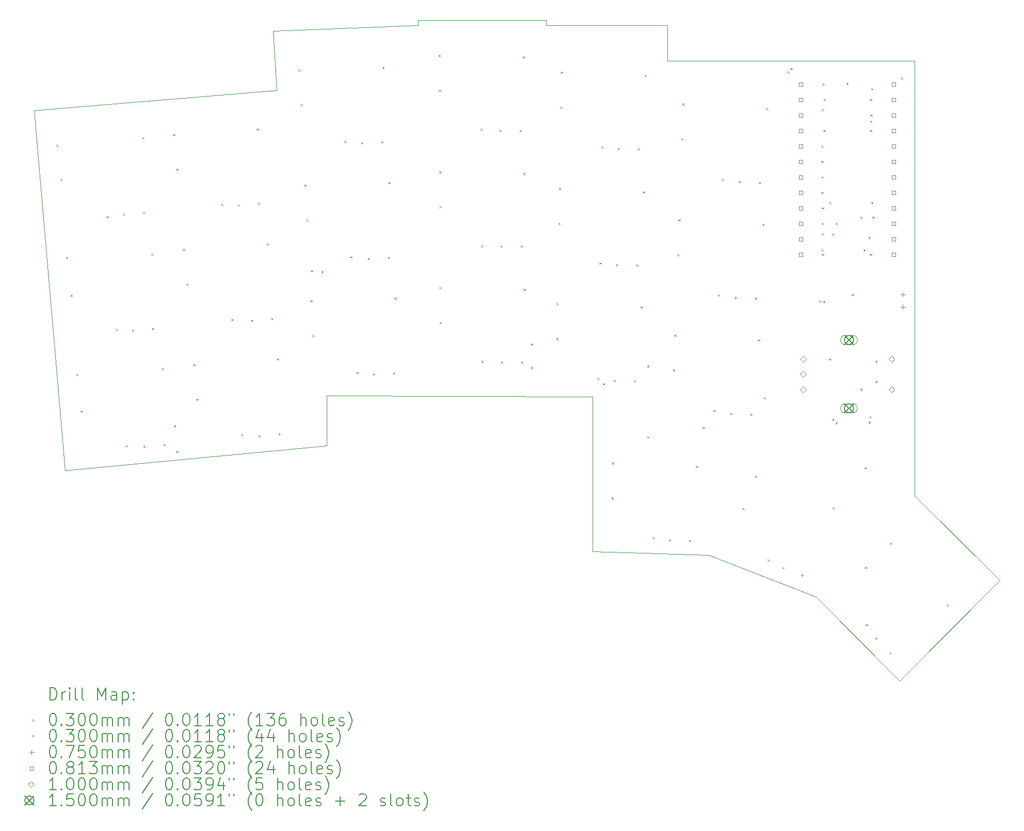
<source format=gbr>
%TF.GenerationSoftware,KiCad,Pcbnew,8.0.4*%
%TF.CreationDate,2024-08-27T16:31:32+02:00*%
%TF.ProjectId,totem_0_3,746f7465-6d5f-4305-9f33-2e6b69636164,0.3*%
%TF.SameCoordinates,Original*%
%TF.FileFunction,Drillmap*%
%TF.FilePolarity,Positive*%
%FSLAX45Y45*%
G04 Gerber Fmt 4.5, Leading zero omitted, Abs format (unit mm)*
G04 Created by KiCad (PCBNEW 8.0.4) date 2024-08-27 16:31:32*
%MOMM*%
%LPD*%
G01*
G04 APERTURE LIST*
%ADD10C,0.100000*%
%ADD11C,0.200000*%
%ADD12C,0.150000*%
G04 APERTURE END LIST*
D10*
X17477400Y-15351880D02*
X19115700Y-13703420D01*
X17723780Y-5179180D02*
X13667400Y-5179180D01*
X3786800Y-11900020D02*
X8074320Y-11498700D01*
X11673500Y-4511160D02*
X9575460Y-4511160D01*
X7200560Y-4691500D02*
X7258980Y-5659240D01*
X12435466Y-13229392D02*
X14340500Y-13286860D01*
X19115700Y-13703420D02*
X17723780Y-12319120D01*
X7258980Y-5659240D02*
X3281340Y-5994520D01*
X9578000Y-4597520D02*
X7200560Y-4691500D01*
X14340500Y-13286860D02*
X16103260Y-13977740D01*
X13667400Y-5179180D02*
X13667400Y-4592440D01*
X12438108Y-10689075D02*
X12435466Y-13229392D01*
X9575460Y-4511160D02*
X9578000Y-4597520D01*
X3281340Y-5994520D02*
X3786800Y-11900020D01*
X13667400Y-4592440D02*
X11676040Y-4592440D01*
X17723780Y-12319120D02*
X17723780Y-5179180D01*
X8074320Y-10677010D02*
X12438108Y-10689075D01*
X16103260Y-13977740D02*
X17477400Y-15351880D01*
X8074320Y-11498700D02*
X8074320Y-10677010D01*
X11676040Y-4592440D02*
X11673500Y-4511160D01*
D11*
D10*
X3642930Y-6554088D02*
X3672930Y-6584088D01*
X3672930Y-6554088D02*
X3642930Y-6584088D01*
X3708861Y-7116903D02*
X3738861Y-7146903D01*
X3738861Y-7116903D02*
X3708861Y-7146903D01*
X3801339Y-8393862D02*
X3831339Y-8423862D01*
X3831339Y-8393862D02*
X3801339Y-8423862D01*
X3874893Y-9014654D02*
X3904893Y-9044654D01*
X3904893Y-9014654D02*
X3874893Y-9044654D01*
X3969585Y-10316916D02*
X3999585Y-10346916D01*
X3999585Y-10316916D02*
X3969585Y-10346916D01*
X4041367Y-10917465D02*
X4071367Y-10947465D01*
X4071367Y-10917465D02*
X4041367Y-10947465D01*
X4464294Y-7723933D02*
X4494294Y-7753933D01*
X4494294Y-7723933D02*
X4464294Y-7753933D01*
X4616274Y-9576029D02*
X4646274Y-9606029D01*
X4646274Y-9576029D02*
X4616274Y-9606029D01*
X4783137Y-11484895D02*
X4813137Y-11514895D01*
X4813137Y-11484895D02*
X4783137Y-11514895D01*
X5052105Y-6428251D02*
X5082105Y-6458251D01*
X5082105Y-6428251D02*
X5052105Y-6458251D01*
X5199973Y-8337882D02*
X5229973Y-8367882D01*
X5229973Y-8337882D02*
X5199973Y-8367882D01*
X5368543Y-10220020D02*
X5398543Y-10250020D01*
X5398543Y-10220020D02*
X5368543Y-10250020D01*
X5554698Y-6376732D02*
X5584698Y-6406732D01*
X5584698Y-6376732D02*
X5554698Y-6406732D01*
X5567955Y-11158713D02*
X5597955Y-11188713D01*
X5597955Y-11158713D02*
X5567955Y-11188713D01*
X5607225Y-6945819D02*
X5637225Y-6975819D01*
X5637225Y-6945819D02*
X5607225Y-6975819D01*
X5609764Y-11578305D02*
X5639764Y-11608305D01*
X5639764Y-11578305D02*
X5609764Y-11608305D01*
X5719798Y-8266492D02*
X5749798Y-8296492D01*
X5749798Y-8266492D02*
X5719798Y-8296492D01*
X5772325Y-8835580D02*
X5802325Y-8865580D01*
X5802325Y-8835580D02*
X5772325Y-8865580D01*
X5884898Y-10153712D02*
X5914898Y-10183712D01*
X5914898Y-10153712D02*
X5884898Y-10183712D01*
X5937425Y-10722799D02*
X5967425Y-10752799D01*
X5967425Y-10722799D02*
X5937425Y-10752799D01*
X6346014Y-7523708D02*
X6376014Y-7553708D01*
X6376014Y-7523708D02*
X6346014Y-7553708D01*
X6511114Y-9413469D02*
X6541114Y-9443469D01*
X6541114Y-9413469D02*
X6511114Y-9443469D01*
X6676215Y-11300688D02*
X6706215Y-11330688D01*
X6706215Y-11300688D02*
X6676215Y-11330688D01*
X6929713Y-6285562D02*
X6959713Y-6315562D01*
X6959713Y-6285562D02*
X6929713Y-6315562D01*
X7094813Y-8175322D02*
X7124813Y-8205322D01*
X7124813Y-8175322D02*
X7094813Y-8205322D01*
X7259913Y-10062542D02*
X7289913Y-10092542D01*
X7289913Y-10062542D02*
X7259913Y-10092542D01*
X7614297Y-5314528D02*
X7644297Y-5344528D01*
X7644297Y-5314528D02*
X7614297Y-5344528D01*
X7646932Y-5885102D02*
X7676932Y-5915102D01*
X7676932Y-5885102D02*
X7646932Y-5915102D01*
X7708277Y-7209368D02*
X7738277Y-7239368D01*
X7738277Y-7209368D02*
X7708277Y-7239368D01*
X7740912Y-7779942D02*
X7770912Y-7809942D01*
X7770912Y-7779942D02*
X7740912Y-7809942D01*
X7809877Y-9106748D02*
X7839877Y-9136748D01*
X7839877Y-9106748D02*
X7809877Y-9136748D01*
X7815720Y-8615516D02*
X7845720Y-8645516D01*
X7845720Y-8615516D02*
X7815720Y-8645516D01*
X7842512Y-9677323D02*
X7872512Y-9707323D01*
X7872512Y-9677323D02*
X7842512Y-9707323D01*
X7990980Y-8625676D02*
X8020980Y-8655676D01*
X8020980Y-8625676D02*
X7990980Y-8655676D01*
X8365103Y-6488423D02*
X8395103Y-6518423D01*
X8395103Y-6488423D02*
X8365103Y-6518423D01*
X8459083Y-8383263D02*
X8489083Y-8413263D01*
X8489083Y-8383263D02*
X8459083Y-8413263D01*
X8560683Y-10280643D02*
X8590683Y-10310643D01*
X8590683Y-10280643D02*
X8560683Y-10310643D01*
X8991656Y-5271402D02*
X9021656Y-5301402D01*
X9021656Y-5271402D02*
X8991656Y-5301402D01*
X9085636Y-7166242D02*
X9115636Y-7196242D01*
X9115636Y-7166242D02*
X9085636Y-7196242D01*
X9187236Y-9063622D02*
X9217236Y-9093622D01*
X9217236Y-9063622D02*
X9187236Y-9093622D01*
X9914423Y-5077176D02*
X9944423Y-5107176D01*
X9944423Y-5077176D02*
X9914423Y-5107176D01*
X9917152Y-5648676D02*
X9947152Y-5678676D01*
X9947152Y-5648676D02*
X9917152Y-5678676D01*
X9922995Y-6990098D02*
X9952995Y-7020098D01*
X9952995Y-6990098D02*
X9922995Y-7020098D01*
X9925724Y-7561598D02*
X9955724Y-7591598D01*
X9955724Y-7561598D02*
X9925724Y-7591598D01*
X9928075Y-8890018D02*
X9958075Y-8920018D01*
X9958075Y-8890018D02*
X9928075Y-8920018D01*
X9930804Y-9461518D02*
X9960804Y-9491518D01*
X9960804Y-9461518D02*
X9930804Y-9491518D01*
X10602763Y-6288756D02*
X10632763Y-6318756D01*
X10632763Y-6288756D02*
X10602763Y-6318756D01*
X10611335Y-8201678D02*
X10641335Y-8231678D01*
X10641335Y-8201678D02*
X10611335Y-8231678D01*
X10616415Y-10101598D02*
X10646415Y-10131598D01*
X10646415Y-10101598D02*
X10616415Y-10131598D01*
X11292152Y-5106194D02*
X11322152Y-5136194D01*
X11322152Y-5106194D02*
X11292152Y-5136194D01*
X11300723Y-7019116D02*
X11330723Y-7049116D01*
X11330723Y-7019116D02*
X11300723Y-7049116D01*
X11305803Y-8919036D02*
X11335803Y-8949036D01*
X11335803Y-8919036D02*
X11305803Y-8949036D01*
X11425060Y-9814396D02*
X11455060Y-9844396D01*
X11455060Y-9814396D02*
X11425060Y-9844396D01*
X11427600Y-10201000D02*
X11457600Y-10231000D01*
X11457600Y-10201000D02*
X11427600Y-10231000D01*
X11842246Y-9724932D02*
X11872246Y-9754932D01*
X11872246Y-9724932D02*
X11842246Y-9754932D01*
X11849492Y-9153471D02*
X11879492Y-9183471D01*
X11879492Y-9153471D02*
X11849492Y-9183471D01*
X11877806Y-7835171D02*
X11907806Y-7865171D01*
X11907806Y-7835171D02*
X11877806Y-7865171D01*
X11885052Y-7263711D02*
X11915052Y-7293711D01*
X11915052Y-7263711D02*
X11885052Y-7293711D01*
X11908286Y-5925092D02*
X11938286Y-5955092D01*
X11938286Y-5925092D02*
X11908286Y-5955092D01*
X11915532Y-5353631D02*
X11945532Y-5383631D01*
X11945532Y-5353631D02*
X11915532Y-5383631D01*
X12516582Y-10376880D02*
X12546582Y-10406880D01*
X12546582Y-10376880D02*
X12516582Y-10406880D01*
X12552142Y-8487120D02*
X12582142Y-8517120D01*
X12582142Y-8487120D02*
X12552142Y-8517120D01*
X12582622Y-6577040D02*
X12612622Y-6607040D01*
X12612622Y-6577040D02*
X12582622Y-6607040D01*
X12611240Y-10469716D02*
X12641240Y-10499716D01*
X12641240Y-10469716D02*
X12611240Y-10499716D01*
X12749026Y-12341132D02*
X12779026Y-12371132D01*
X12779026Y-12341132D02*
X12749026Y-12371132D01*
X12756272Y-11769671D02*
X12786272Y-11799671D01*
X12786272Y-11769671D02*
X12756272Y-11799671D01*
X13226504Y-9206529D02*
X13256504Y-9236529D01*
X13256504Y-9206529D02*
X13226504Y-9236529D01*
X13262064Y-7316769D02*
X13292064Y-7346769D01*
X13292064Y-7316769D02*
X13262064Y-7346769D01*
X13292544Y-5406689D02*
X13322544Y-5436689D01*
X13322544Y-5406689D02*
X13292544Y-5436689D01*
X13332600Y-10175076D02*
X13362600Y-10205076D01*
X13362600Y-10175076D02*
X13332600Y-10205076D01*
X13335140Y-11340936D02*
X13365140Y-11370936D01*
X13365140Y-11340936D02*
X13335140Y-11370936D01*
X13423362Y-12993080D02*
X13453362Y-13023080D01*
X13453362Y-12993080D02*
X13423362Y-13023080D01*
X13758652Y-10242679D02*
X13788652Y-10272679D01*
X13788652Y-10242679D02*
X13758652Y-10272679D01*
X13775869Y-9671432D02*
X13805869Y-9701432D01*
X13805869Y-9671432D02*
X13775869Y-9701432D01*
X13829772Y-8347839D02*
X13859772Y-8377839D01*
X13859772Y-8347839D02*
X13829772Y-8377839D01*
X13846990Y-7776592D02*
X13876990Y-7806592D01*
X13876990Y-7776592D02*
X13846990Y-7806592D01*
X13893272Y-6445379D02*
X13923272Y-6475379D01*
X13923272Y-6445379D02*
X13893272Y-6475379D01*
X13910490Y-5874131D02*
X13940490Y-5904131D01*
X13940490Y-5874131D02*
X13910490Y-5904131D01*
X14133284Y-11822729D02*
X14163284Y-11852729D01*
X14163284Y-11822729D02*
X14133284Y-11852729D01*
X14241680Y-11186520D02*
X14271680Y-11216520D01*
X14271680Y-11186520D02*
X14241680Y-11216520D01*
X14421507Y-10906296D02*
X14451507Y-10936296D01*
X14451507Y-10906296D02*
X14421507Y-10936296D01*
X14492627Y-9011456D02*
X14522627Y-9041456D01*
X14522627Y-9011456D02*
X14492627Y-9041456D01*
X14556127Y-7108996D02*
X14586127Y-7138996D01*
X14586127Y-7108996D02*
X14556127Y-7138996D01*
X14899023Y-12518289D02*
X14929023Y-12548289D01*
X14929023Y-12518289D02*
X14899023Y-12548289D01*
X15101283Y-11983770D02*
X15131283Y-12013770D01*
X15131283Y-11983770D02*
X15101283Y-12013770D01*
X15151747Y-9748514D02*
X15181747Y-9778514D01*
X15181747Y-9748514D02*
X15151747Y-9778514D01*
X15222866Y-7853674D02*
X15252866Y-7883674D01*
X15252866Y-7853674D02*
X15222866Y-7883674D01*
X15246620Y-10696300D02*
X15276620Y-10726300D01*
X15276620Y-10696300D02*
X15246620Y-10726300D01*
X15286366Y-5951214D02*
X15316366Y-5981214D01*
X15316366Y-5951214D02*
X15286366Y-5981214D01*
X15309712Y-13361557D02*
X15339712Y-13391557D01*
X15339712Y-13361557D02*
X15309712Y-13391557D01*
X15633840Y-5349076D02*
X15663840Y-5379076D01*
X15663840Y-5349076D02*
X15633840Y-5379076D01*
X15684640Y-5293196D02*
X15714640Y-5323196D01*
X15714640Y-5293196D02*
X15684640Y-5323196D01*
X16155940Y-9111340D02*
X16185940Y-9141340D01*
X16185940Y-9111340D02*
X16155940Y-9141340D01*
X16190100Y-8272616D02*
X16220100Y-8302616D01*
X16220100Y-8272616D02*
X16190100Y-8302616D01*
X16192400Y-6568276D02*
X16222400Y-6598276D01*
X16222400Y-6568276D02*
X16192400Y-6598276D01*
X16192400Y-6819736D02*
X16222400Y-6849736D01*
X16222400Y-6819736D02*
X16192400Y-6849736D01*
X16192400Y-7327736D02*
X16222400Y-7357736D01*
X16222400Y-7327736D02*
X16192400Y-7357736D01*
X16194940Y-7073736D02*
X16224940Y-7103736D01*
X16224940Y-7073736D02*
X16194940Y-7103736D01*
X16194940Y-7835736D02*
X16224940Y-7865736D01*
X16224940Y-7835736D02*
X16194940Y-7865736D01*
X16197480Y-7581736D02*
X16227480Y-7611736D01*
X16227480Y-7581736D02*
X16197480Y-7611736D01*
X16199736Y-8008980D02*
X16229736Y-8038980D01*
X16229736Y-8008980D02*
X16199736Y-8038980D01*
X16200020Y-5966820D02*
X16230020Y-5996820D01*
X16230020Y-5966820D02*
X16200020Y-5996820D01*
X16200020Y-8343736D02*
X16230020Y-8373736D01*
X16230020Y-8343736D02*
X16200020Y-8373736D01*
X16210420Y-5549736D02*
X16240420Y-5579736D01*
X16240420Y-5549736D02*
X16210420Y-5579736D01*
X16221980Y-9118960D02*
X16251980Y-9148960D01*
X16251980Y-9118960D02*
X16221980Y-9148960D01*
X16225660Y-6311736D02*
X16255660Y-6341736D01*
X16255660Y-6311736D02*
X16225660Y-6341736D01*
X16228200Y-5803736D02*
X16258200Y-5833736D01*
X16258200Y-5803736D02*
X16228200Y-5833736D01*
X16315960Y-7493360D02*
X16345960Y-7523360D01*
X16345960Y-7493360D02*
X16315960Y-7523360D01*
X16315960Y-10061300D02*
X16345960Y-10091300D01*
X16345960Y-10061300D02*
X16315960Y-10091300D01*
X16366760Y-8008980D02*
X16396760Y-8038980D01*
X16396760Y-8008980D02*
X16366760Y-8038980D01*
X16366760Y-11053916D02*
X16396760Y-11083916D01*
X16396760Y-11053916D02*
X16366760Y-11083916D01*
X16377104Y-12504595D02*
X16407104Y-12534595D01*
X16407104Y-12504595D02*
X16377104Y-12534595D01*
X16422640Y-7835736D02*
X16452640Y-7865736D01*
X16452640Y-7835736D02*
X16422640Y-7865736D01*
X16422640Y-11106203D02*
X16452640Y-11136203D01*
X16452640Y-11106203D02*
X16422640Y-11136203D01*
X16602980Y-5535020D02*
X16632980Y-5565020D01*
X16632980Y-5535020D02*
X16602980Y-5565020D01*
X16690240Y-9002120D02*
X16720240Y-9032120D01*
X16720240Y-9002120D02*
X16690240Y-9032120D01*
X16831580Y-7734660D02*
X16861580Y-7764660D01*
X16861580Y-7734660D02*
X16831580Y-7764660D01*
X16831580Y-10555140D02*
X16861580Y-10585140D01*
X16861580Y-10555140D02*
X16831580Y-10585140D01*
X16882380Y-8272616D02*
X16912380Y-8302616D01*
X16912380Y-8272616D02*
X16882380Y-8302616D01*
X16900160Y-11846920D02*
X16930160Y-11876920D01*
X16930160Y-11846920D02*
X16900160Y-11876920D01*
X16902950Y-13483608D02*
X16932950Y-13513608D01*
X16932950Y-13483608D02*
X16902950Y-13513608D01*
X16918780Y-14421433D02*
X16948780Y-14451433D01*
X16948780Y-14421433D02*
X16918780Y-14451433D01*
X16966200Y-11100160D02*
X16996200Y-11130160D01*
X16996200Y-11100160D02*
X16966200Y-11130160D01*
X16967100Y-8069940D02*
X16997100Y-8099940D01*
X16997100Y-8069940D02*
X16967100Y-8099940D01*
X16983980Y-11011260D02*
X17013980Y-11041260D01*
X17013980Y-11011260D02*
X16983980Y-11041260D01*
X16984880Y-8343736D02*
X17014880Y-8373736D01*
X17014880Y-8343736D02*
X16984880Y-8373736D01*
X16987660Y-6311736D02*
X17017660Y-6341736D01*
X17017660Y-6311736D02*
X16987660Y-6341736D01*
X16987660Y-5803736D02*
X17017660Y-5833736D01*
X17017660Y-5803736D02*
X16987660Y-5833736D01*
X16990200Y-6157320D02*
X17020200Y-6187320D01*
X17020200Y-6157320D02*
X16990200Y-6187320D01*
X16996680Y-6058260D02*
X17026680Y-6088260D01*
X17026680Y-6058260D02*
X16996680Y-6088260D01*
X17009380Y-7493360D02*
X17039380Y-7523360D01*
X17039380Y-7493360D02*
X17009380Y-7523360D01*
X17009996Y-5623920D02*
X17039996Y-5653920D01*
X17039996Y-5623920D02*
X17009996Y-5653920D01*
X17029700Y-7734660D02*
X17059700Y-7764660D01*
X17059700Y-7734660D02*
X17029700Y-7764660D01*
X17312157Y-13084648D02*
X17342157Y-13114648D01*
X17342157Y-13084648D02*
X17312157Y-13114648D01*
X17497060Y-5451200D02*
X17527060Y-5481200D01*
X17527060Y-5451200D02*
X17497060Y-5481200D01*
X18248334Y-14095861D02*
X18278334Y-14125861D01*
X18278334Y-14095861D02*
X18248334Y-14125861D01*
X4765801Y-7705057D02*
G75*
G02*
X4735801Y-7705057I-15000J0D01*
G01*
X4735801Y-7705057D02*
G75*
G02*
X4765801Y-7705057I15000J0D01*
G01*
X4915546Y-9609255D02*
G75*
G02*
X4885546Y-9609255I-15000J0D01*
G01*
X4885546Y-9609255D02*
G75*
G02*
X4915546Y-9609255I15000J0D01*
G01*
X5094546Y-7676296D02*
G75*
G02*
X5064546Y-7676296I-15000J0D01*
G01*
X5064546Y-7676296D02*
G75*
G02*
X5094546Y-7676296I15000J0D01*
G01*
X5102485Y-11512826D02*
G75*
G02*
X5072485Y-11512826I-15000J0D01*
G01*
X5072485Y-11512826D02*
G75*
G02*
X5102485Y-11512826I15000J0D01*
G01*
X5244291Y-9580494D02*
G75*
G02*
X5214291Y-9580494I-15000J0D01*
G01*
X5214291Y-9580494D02*
G75*
G02*
X5244291Y-9580494I15000J0D01*
G01*
X5431229Y-11484065D02*
G75*
G02*
X5401229Y-11484065I-15000J0D01*
G01*
X5401229Y-11484065D02*
G75*
G02*
X5431229Y-11484065I15000J0D01*
G01*
X6654538Y-7552563D02*
G75*
G02*
X6624538Y-7552563I-15000J0D01*
G01*
X6624538Y-7552563D02*
G75*
G02*
X6654538Y-7552563I15000J0D01*
G01*
X6868308Y-9445521D02*
G75*
G02*
X6838308Y-9445521I-15000J0D01*
G01*
X6838308Y-9445521D02*
G75*
G02*
X6868308Y-9445521I15000J0D01*
G01*
X6983282Y-7523802D02*
G75*
G02*
X6953282Y-7523802I-15000J0D01*
G01*
X6953282Y-7523802D02*
G75*
G02*
X6983282Y-7523802I15000J0D01*
G01*
X6991329Y-11340173D02*
G75*
G02*
X6961329Y-11340173I-15000J0D01*
G01*
X6961329Y-11340173D02*
G75*
G02*
X6991329Y-11340173I15000J0D01*
G01*
X7197052Y-9416759D02*
G75*
G02*
X7167052Y-9416759I-15000J0D01*
G01*
X7167052Y-9416759D02*
G75*
G02*
X7197052Y-9416759I15000J0D01*
G01*
X7320074Y-11311411D02*
G75*
G02*
X7290074Y-11311411I-15000J0D01*
G01*
X7290074Y-11311411D02*
G75*
G02*
X7320074Y-11311411I15000J0D01*
G01*
X8675463Y-6534112D02*
G75*
G02*
X8645463Y-6534112I-15000J0D01*
G01*
X8645463Y-6534112D02*
G75*
G02*
X8675463Y-6534112I15000J0D01*
G01*
X8780587Y-8431507D02*
G75*
G02*
X8750587Y-8431507I-15000J0D01*
G01*
X8750587Y-8431507D02*
G75*
G02*
X8780587Y-8431507I15000J0D01*
G01*
X8871225Y-10327861D02*
G75*
G02*
X8841225Y-10327861I-15000J0D01*
G01*
X8841225Y-10327861D02*
G75*
G02*
X8871225Y-10327861I15000J0D01*
G01*
X9005011Y-6516842D02*
G75*
G02*
X8975011Y-6516842I-15000J0D01*
G01*
X8975011Y-6516842D02*
G75*
G02*
X9005011Y-6516842I15000J0D01*
G01*
X9110135Y-8414236D02*
G75*
G02*
X9080135Y-8414236I-15000J0D01*
G01*
X9080135Y-8414236D02*
G75*
G02*
X9110135Y-8414236I15000J0D01*
G01*
X9200773Y-10310590D02*
G75*
G02*
X9170773Y-10310590I-15000J0D01*
G01*
X9170773Y-10310590D02*
G75*
G02*
X9200773Y-10310590I15000J0D01*
G01*
X10944610Y-6328022D02*
G75*
G02*
X10914610Y-6328022I-15000J0D01*
G01*
X10914610Y-6328022D02*
G75*
G02*
X10944610Y-6328022I15000J0D01*
G01*
X10963063Y-8226536D02*
G75*
G02*
X10933063Y-8226536I-15000J0D01*
G01*
X10933063Y-8226536D02*
G75*
G02*
X10963063Y-8226536I15000J0D01*
G01*
X10970010Y-10135482D02*
G75*
G02*
X10940010Y-10135482I-15000J0D01*
G01*
X10940010Y-10135482D02*
G75*
G02*
X10970010Y-10135482I15000J0D01*
G01*
X11274609Y-6328022D02*
G75*
G02*
X11244609Y-6328022I-15000J0D01*
G01*
X11244609Y-6328022D02*
G75*
G02*
X11274609Y-6328022I15000J0D01*
G01*
X11293063Y-8226536D02*
G75*
G02*
X11263063Y-8226536I-15000J0D01*
G01*
X11263063Y-8226536D02*
G75*
G02*
X11293063Y-8226536I15000J0D01*
G01*
X11300010Y-10135482D02*
G75*
G02*
X11270010Y-10135482I-15000J0D01*
G01*
X11270010Y-10135482D02*
G75*
G02*
X11300010Y-10135482I15000J0D01*
G01*
X12817494Y-10435138D02*
G75*
G02*
X12787494Y-10435138I-15000J0D01*
G01*
X12787494Y-10435138D02*
G75*
G02*
X12817494Y-10435138I15000J0D01*
G01*
X12858315Y-8533101D02*
G75*
G02*
X12828315Y-8533101I-15000J0D01*
G01*
X12828315Y-8533101D02*
G75*
G02*
X12858315Y-8533101I15000J0D01*
G01*
X12883943Y-6628258D02*
G75*
G02*
X12853943Y-6628258I-15000J0D01*
G01*
X12853943Y-6628258D02*
G75*
G02*
X12883943Y-6628258I15000J0D01*
G01*
X13147444Y-10440898D02*
G75*
G02*
X13117444Y-10440898I-15000J0D01*
G01*
X13117444Y-10440898D02*
G75*
G02*
X13147444Y-10440898I15000J0D01*
G01*
X13188265Y-8538861D02*
G75*
G02*
X13158265Y-8538861I-15000J0D01*
G01*
X13158265Y-8538861D02*
G75*
G02*
X13188265Y-8538861I15000J0D01*
G01*
X13213893Y-6634018D02*
G75*
G02*
X13183893Y-6634018I-15000J0D01*
G01*
X13183893Y-6634018D02*
G75*
G02*
X13213893Y-6634018I15000J0D01*
G01*
X13721916Y-13052281D02*
G75*
G02*
X13691916Y-13052281I-15000J0D01*
G01*
X13691916Y-13052281D02*
G75*
G02*
X13721916Y-13052281I15000J0D01*
G01*
X14051866Y-13058041D02*
G75*
G02*
X14021866Y-13058041I-15000J0D01*
G01*
X14021866Y-13058041D02*
G75*
G02*
X14051866Y-13058041I15000J0D01*
G01*
X14729577Y-10976165D02*
G75*
G02*
X14699577Y-10976165I-15000J0D01*
G01*
X14699577Y-10976165D02*
G75*
G02*
X14729577Y-10976165I15000J0D01*
G01*
X14803765Y-9070053D02*
G75*
G02*
X14773765Y-9070053I-15000J0D01*
G01*
X14773765Y-9070053D02*
G75*
G02*
X14803765Y-9070053I15000J0D01*
G01*
X14867533Y-7171202D02*
G75*
G02*
X14837533Y-7171202I-15000J0D01*
G01*
X14837533Y-7171202D02*
G75*
G02*
X14867533Y-7171202I15000J0D01*
G01*
X15059376Y-10987682D02*
G75*
G02*
X15029376Y-10987682I-15000J0D01*
G01*
X15029376Y-10987682D02*
G75*
G02*
X15059376Y-10987682I15000J0D01*
G01*
X15133564Y-9081570D02*
G75*
G02*
X15103564Y-9081570I-15000J0D01*
G01*
X15103564Y-9081570D02*
G75*
G02*
X15133564Y-9081570I15000J0D01*
G01*
X15197332Y-7182719D02*
G75*
G02*
X15167332Y-7182719I-15000J0D01*
G01*
X15167332Y-7182719D02*
G75*
G02*
X15197332Y-7182719I15000J0D01*
G01*
X15586762Y-13505650D02*
G75*
G02*
X15556762Y-13505650I-15000J0D01*
G01*
X15556762Y-13505650D02*
G75*
G02*
X15586762Y-13505650I15000J0D01*
G01*
X15894844Y-13623912D02*
G75*
G02*
X15864844Y-13623912I-15000J0D01*
G01*
X15864844Y-13623912D02*
G75*
G02*
X15894844Y-13623912I15000J0D01*
G01*
X17108521Y-14664818D02*
G75*
G02*
X17078521Y-14664818I-15000J0D01*
G01*
X17078521Y-14664818D02*
G75*
G02*
X17108521Y-14664818I15000J0D01*
G01*
X17113040Y-10119580D02*
G75*
G02*
X17083040Y-10119580I-15000J0D01*
G01*
X17083040Y-10119580D02*
G75*
G02*
X17113040Y-10119580I15000J0D01*
G01*
X17113040Y-10449580D02*
G75*
G02*
X17083040Y-10449580I-15000J0D01*
G01*
X17083040Y-10449580D02*
G75*
G02*
X17113040Y-10449580I15000J0D01*
G01*
X17337758Y-14902200D02*
G75*
G02*
X17307758Y-14902200I-15000J0D01*
G01*
X17307758Y-14902200D02*
G75*
G02*
X17337758Y-14902200I15000J0D01*
G01*
X17529840Y-8977080D02*
X17529840Y-9052080D01*
X17492340Y-9014580D02*
X17567340Y-9014580D01*
X17529840Y-9177080D02*
X17529840Y-9252080D01*
X17492340Y-9214580D02*
X17567340Y-9214580D01*
X15883317Y-5593473D02*
X15883317Y-5535999D01*
X15825843Y-5535999D01*
X15825843Y-5593473D01*
X15883317Y-5593473D01*
X15883317Y-5847473D02*
X15883317Y-5789999D01*
X15825843Y-5789999D01*
X15825843Y-5847473D01*
X15883317Y-5847473D01*
X15883317Y-6101473D02*
X15883317Y-6043999D01*
X15825843Y-6043999D01*
X15825843Y-6101473D01*
X15883317Y-6101473D01*
X15883317Y-6355473D02*
X15883317Y-6297999D01*
X15825843Y-6297999D01*
X15825843Y-6355473D01*
X15883317Y-6355473D01*
X15883317Y-6609473D02*
X15883317Y-6551999D01*
X15825843Y-6551999D01*
X15825843Y-6609473D01*
X15883317Y-6609473D01*
X15883317Y-6863473D02*
X15883317Y-6805999D01*
X15825843Y-6805999D01*
X15825843Y-6863473D01*
X15883317Y-6863473D01*
X15883317Y-7117473D02*
X15883317Y-7059999D01*
X15825843Y-7059999D01*
X15825843Y-7117473D01*
X15883317Y-7117473D01*
X15883317Y-7371473D02*
X15883317Y-7313999D01*
X15825843Y-7313999D01*
X15825843Y-7371473D01*
X15883317Y-7371473D01*
X15883317Y-7625473D02*
X15883317Y-7567999D01*
X15825843Y-7567999D01*
X15825843Y-7625473D01*
X15883317Y-7625473D01*
X15883317Y-7879473D02*
X15883317Y-7821999D01*
X15825843Y-7821999D01*
X15825843Y-7879473D01*
X15883317Y-7879473D01*
X15883317Y-8133473D02*
X15883317Y-8075999D01*
X15825843Y-8075999D01*
X15825843Y-8133473D01*
X15883317Y-8133473D01*
X15883317Y-8387473D02*
X15883317Y-8329999D01*
X15825843Y-8329999D01*
X15825843Y-8387473D01*
X15883317Y-8387473D01*
X17407317Y-5593473D02*
X17407317Y-5535999D01*
X17349843Y-5535999D01*
X17349843Y-5593473D01*
X17407317Y-5593473D01*
X17407317Y-5847473D02*
X17407317Y-5789999D01*
X17349843Y-5789999D01*
X17349843Y-5847473D01*
X17407317Y-5847473D01*
X17407317Y-6101473D02*
X17407317Y-6043999D01*
X17349843Y-6043999D01*
X17349843Y-6101473D01*
X17407317Y-6101473D01*
X17407317Y-6355473D02*
X17407317Y-6297999D01*
X17349843Y-6297999D01*
X17349843Y-6355473D01*
X17407317Y-6355473D01*
X17407317Y-6609473D02*
X17407317Y-6551999D01*
X17349843Y-6551999D01*
X17349843Y-6609473D01*
X17407317Y-6609473D01*
X17407317Y-6863473D02*
X17407317Y-6805999D01*
X17349843Y-6805999D01*
X17349843Y-6863473D01*
X17407317Y-6863473D01*
X17407317Y-7117473D02*
X17407317Y-7059999D01*
X17349843Y-7059999D01*
X17349843Y-7117473D01*
X17407317Y-7117473D01*
X17407317Y-7371473D02*
X17407317Y-7313999D01*
X17349843Y-7313999D01*
X17349843Y-7371473D01*
X17407317Y-7371473D01*
X17407317Y-7625473D02*
X17407317Y-7567999D01*
X17349843Y-7567999D01*
X17349843Y-7625473D01*
X17407317Y-7625473D01*
X17407317Y-7879473D02*
X17407317Y-7821999D01*
X17349843Y-7821999D01*
X17349843Y-7879473D01*
X17407317Y-7879473D01*
X17407317Y-8133473D02*
X17407317Y-8075999D01*
X17349843Y-8075999D01*
X17349843Y-8133473D01*
X17407317Y-8133473D01*
X17407317Y-8387473D02*
X17407317Y-8329999D01*
X17349843Y-8329999D01*
X17349843Y-8387473D01*
X17407317Y-8387473D01*
X15895520Y-10120140D02*
X15945520Y-10070140D01*
X15895520Y-10020140D01*
X15845520Y-10070140D01*
X15895520Y-10120140D01*
X15895520Y-10370140D02*
X15945520Y-10320140D01*
X15895520Y-10270140D01*
X15845520Y-10320140D01*
X15895520Y-10370140D01*
X15895520Y-10620140D02*
X15945520Y-10570140D01*
X15895520Y-10520140D01*
X15845520Y-10570140D01*
X15895520Y-10620140D01*
X17345520Y-10120140D02*
X17395520Y-10070140D01*
X17345520Y-10020140D01*
X17295520Y-10070140D01*
X17345520Y-10120140D01*
X17345520Y-10620140D02*
X17395520Y-10570140D01*
X17345520Y-10520140D01*
X17295520Y-10570140D01*
X17345520Y-10620140D01*
D12*
X16570520Y-9685140D02*
X16720520Y-9835140D01*
X16720520Y-9685140D02*
X16570520Y-9835140D01*
X16720520Y-9760140D02*
G75*
G02*
X16570520Y-9760140I-75000J0D01*
G01*
X16570520Y-9760140D02*
G75*
G02*
X16720520Y-9760140I75000J0D01*
G01*
D10*
X16580520Y-9835140D02*
X16710520Y-9835140D01*
X16710520Y-9685140D02*
G75*
G02*
X16710520Y-9835140I0J-75000D01*
G01*
X16710520Y-9685140D02*
X16580520Y-9685140D01*
X16580520Y-9685140D02*
G75*
G03*
X16580520Y-9835140I0J-75000D01*
G01*
D12*
X16570520Y-10805140D02*
X16720520Y-10955140D01*
X16720520Y-10805140D02*
X16570520Y-10955140D01*
X16720520Y-10880140D02*
G75*
G02*
X16570520Y-10880140I-75000J0D01*
G01*
X16570520Y-10880140D02*
G75*
G02*
X16720520Y-10880140I75000J0D01*
G01*
D10*
X16580520Y-10955140D02*
X16710520Y-10955140D01*
X16710520Y-10805140D02*
G75*
G02*
X16710520Y-10955140I0J-75000D01*
G01*
X16710520Y-10805140D02*
X16580520Y-10805140D01*
X16580520Y-10805140D02*
G75*
G03*
X16580520Y-10955140I0J-75000D01*
G01*
D11*
X3537117Y-15668364D02*
X3537117Y-15468364D01*
X3537117Y-15468364D02*
X3584736Y-15468364D01*
X3584736Y-15468364D02*
X3613307Y-15477888D01*
X3613307Y-15477888D02*
X3632355Y-15496935D01*
X3632355Y-15496935D02*
X3641879Y-15515983D01*
X3641879Y-15515983D02*
X3651402Y-15554078D01*
X3651402Y-15554078D02*
X3651402Y-15582649D01*
X3651402Y-15582649D02*
X3641879Y-15620745D01*
X3641879Y-15620745D02*
X3632355Y-15639792D01*
X3632355Y-15639792D02*
X3613307Y-15658840D01*
X3613307Y-15658840D02*
X3584736Y-15668364D01*
X3584736Y-15668364D02*
X3537117Y-15668364D01*
X3737117Y-15668364D02*
X3737117Y-15535030D01*
X3737117Y-15573126D02*
X3746641Y-15554078D01*
X3746641Y-15554078D02*
X3756164Y-15544554D01*
X3756164Y-15544554D02*
X3775212Y-15535030D01*
X3775212Y-15535030D02*
X3794260Y-15535030D01*
X3860926Y-15668364D02*
X3860926Y-15535030D01*
X3860926Y-15468364D02*
X3851402Y-15477888D01*
X3851402Y-15477888D02*
X3860926Y-15487411D01*
X3860926Y-15487411D02*
X3870450Y-15477888D01*
X3870450Y-15477888D02*
X3860926Y-15468364D01*
X3860926Y-15468364D02*
X3860926Y-15487411D01*
X3984736Y-15668364D02*
X3965688Y-15658840D01*
X3965688Y-15658840D02*
X3956164Y-15639792D01*
X3956164Y-15639792D02*
X3956164Y-15468364D01*
X4089498Y-15668364D02*
X4070450Y-15658840D01*
X4070450Y-15658840D02*
X4060926Y-15639792D01*
X4060926Y-15639792D02*
X4060926Y-15468364D01*
X4318069Y-15668364D02*
X4318069Y-15468364D01*
X4318069Y-15468364D02*
X4384736Y-15611221D01*
X4384736Y-15611221D02*
X4451403Y-15468364D01*
X4451403Y-15468364D02*
X4451403Y-15668364D01*
X4632355Y-15668364D02*
X4632355Y-15563602D01*
X4632355Y-15563602D02*
X4622831Y-15544554D01*
X4622831Y-15544554D02*
X4603784Y-15535030D01*
X4603784Y-15535030D02*
X4565688Y-15535030D01*
X4565688Y-15535030D02*
X4546641Y-15544554D01*
X4632355Y-15658840D02*
X4613307Y-15668364D01*
X4613307Y-15668364D02*
X4565688Y-15668364D01*
X4565688Y-15668364D02*
X4546641Y-15658840D01*
X4546641Y-15658840D02*
X4537117Y-15639792D01*
X4537117Y-15639792D02*
X4537117Y-15620745D01*
X4537117Y-15620745D02*
X4546641Y-15601697D01*
X4546641Y-15601697D02*
X4565688Y-15592173D01*
X4565688Y-15592173D02*
X4613307Y-15592173D01*
X4613307Y-15592173D02*
X4632355Y-15582649D01*
X4727593Y-15535030D02*
X4727593Y-15735030D01*
X4727593Y-15544554D02*
X4746641Y-15535030D01*
X4746641Y-15535030D02*
X4784736Y-15535030D01*
X4784736Y-15535030D02*
X4803784Y-15544554D01*
X4803784Y-15544554D02*
X4813307Y-15554078D01*
X4813307Y-15554078D02*
X4822831Y-15573126D01*
X4822831Y-15573126D02*
X4822831Y-15630268D01*
X4822831Y-15630268D02*
X4813307Y-15649316D01*
X4813307Y-15649316D02*
X4803784Y-15658840D01*
X4803784Y-15658840D02*
X4784736Y-15668364D01*
X4784736Y-15668364D02*
X4746641Y-15668364D01*
X4746641Y-15668364D02*
X4727593Y-15658840D01*
X4908545Y-15649316D02*
X4918069Y-15658840D01*
X4918069Y-15658840D02*
X4908545Y-15668364D01*
X4908545Y-15668364D02*
X4899022Y-15658840D01*
X4899022Y-15658840D02*
X4908545Y-15649316D01*
X4908545Y-15649316D02*
X4908545Y-15668364D01*
X4908545Y-15544554D02*
X4918069Y-15554078D01*
X4918069Y-15554078D02*
X4908545Y-15563602D01*
X4908545Y-15563602D02*
X4899022Y-15554078D01*
X4899022Y-15554078D02*
X4908545Y-15544554D01*
X4908545Y-15544554D02*
X4908545Y-15563602D01*
D10*
X3246340Y-15981880D02*
X3276340Y-16011880D01*
X3276340Y-15981880D02*
X3246340Y-16011880D01*
D11*
X3575212Y-15888364D02*
X3594260Y-15888364D01*
X3594260Y-15888364D02*
X3613307Y-15897888D01*
X3613307Y-15897888D02*
X3622831Y-15907411D01*
X3622831Y-15907411D02*
X3632355Y-15926459D01*
X3632355Y-15926459D02*
X3641879Y-15964554D01*
X3641879Y-15964554D02*
X3641879Y-16012173D01*
X3641879Y-16012173D02*
X3632355Y-16050268D01*
X3632355Y-16050268D02*
X3622831Y-16069316D01*
X3622831Y-16069316D02*
X3613307Y-16078840D01*
X3613307Y-16078840D02*
X3594260Y-16088364D01*
X3594260Y-16088364D02*
X3575212Y-16088364D01*
X3575212Y-16088364D02*
X3556164Y-16078840D01*
X3556164Y-16078840D02*
X3546641Y-16069316D01*
X3546641Y-16069316D02*
X3537117Y-16050268D01*
X3537117Y-16050268D02*
X3527593Y-16012173D01*
X3527593Y-16012173D02*
X3527593Y-15964554D01*
X3527593Y-15964554D02*
X3537117Y-15926459D01*
X3537117Y-15926459D02*
X3546641Y-15907411D01*
X3546641Y-15907411D02*
X3556164Y-15897888D01*
X3556164Y-15897888D02*
X3575212Y-15888364D01*
X3727593Y-16069316D02*
X3737117Y-16078840D01*
X3737117Y-16078840D02*
X3727593Y-16088364D01*
X3727593Y-16088364D02*
X3718069Y-16078840D01*
X3718069Y-16078840D02*
X3727593Y-16069316D01*
X3727593Y-16069316D02*
X3727593Y-16088364D01*
X3803783Y-15888364D02*
X3927593Y-15888364D01*
X3927593Y-15888364D02*
X3860926Y-15964554D01*
X3860926Y-15964554D02*
X3889498Y-15964554D01*
X3889498Y-15964554D02*
X3908545Y-15974078D01*
X3908545Y-15974078D02*
X3918069Y-15983602D01*
X3918069Y-15983602D02*
X3927593Y-16002649D01*
X3927593Y-16002649D02*
X3927593Y-16050268D01*
X3927593Y-16050268D02*
X3918069Y-16069316D01*
X3918069Y-16069316D02*
X3908545Y-16078840D01*
X3908545Y-16078840D02*
X3889498Y-16088364D01*
X3889498Y-16088364D02*
X3832355Y-16088364D01*
X3832355Y-16088364D02*
X3813307Y-16078840D01*
X3813307Y-16078840D02*
X3803783Y-16069316D01*
X4051402Y-15888364D02*
X4070450Y-15888364D01*
X4070450Y-15888364D02*
X4089498Y-15897888D01*
X4089498Y-15897888D02*
X4099022Y-15907411D01*
X4099022Y-15907411D02*
X4108545Y-15926459D01*
X4108545Y-15926459D02*
X4118069Y-15964554D01*
X4118069Y-15964554D02*
X4118069Y-16012173D01*
X4118069Y-16012173D02*
X4108545Y-16050268D01*
X4108545Y-16050268D02*
X4099022Y-16069316D01*
X4099022Y-16069316D02*
X4089498Y-16078840D01*
X4089498Y-16078840D02*
X4070450Y-16088364D01*
X4070450Y-16088364D02*
X4051402Y-16088364D01*
X4051402Y-16088364D02*
X4032355Y-16078840D01*
X4032355Y-16078840D02*
X4022831Y-16069316D01*
X4022831Y-16069316D02*
X4013307Y-16050268D01*
X4013307Y-16050268D02*
X4003783Y-16012173D01*
X4003783Y-16012173D02*
X4003783Y-15964554D01*
X4003783Y-15964554D02*
X4013307Y-15926459D01*
X4013307Y-15926459D02*
X4022831Y-15907411D01*
X4022831Y-15907411D02*
X4032355Y-15897888D01*
X4032355Y-15897888D02*
X4051402Y-15888364D01*
X4241879Y-15888364D02*
X4260926Y-15888364D01*
X4260926Y-15888364D02*
X4279974Y-15897888D01*
X4279974Y-15897888D02*
X4289498Y-15907411D01*
X4289498Y-15907411D02*
X4299022Y-15926459D01*
X4299022Y-15926459D02*
X4308545Y-15964554D01*
X4308545Y-15964554D02*
X4308545Y-16012173D01*
X4308545Y-16012173D02*
X4299022Y-16050268D01*
X4299022Y-16050268D02*
X4289498Y-16069316D01*
X4289498Y-16069316D02*
X4279974Y-16078840D01*
X4279974Y-16078840D02*
X4260926Y-16088364D01*
X4260926Y-16088364D02*
X4241879Y-16088364D01*
X4241879Y-16088364D02*
X4222831Y-16078840D01*
X4222831Y-16078840D02*
X4213307Y-16069316D01*
X4213307Y-16069316D02*
X4203784Y-16050268D01*
X4203784Y-16050268D02*
X4194260Y-16012173D01*
X4194260Y-16012173D02*
X4194260Y-15964554D01*
X4194260Y-15964554D02*
X4203784Y-15926459D01*
X4203784Y-15926459D02*
X4213307Y-15907411D01*
X4213307Y-15907411D02*
X4222831Y-15897888D01*
X4222831Y-15897888D02*
X4241879Y-15888364D01*
X4394260Y-16088364D02*
X4394260Y-15955030D01*
X4394260Y-15974078D02*
X4403784Y-15964554D01*
X4403784Y-15964554D02*
X4422831Y-15955030D01*
X4422831Y-15955030D02*
X4451403Y-15955030D01*
X4451403Y-15955030D02*
X4470450Y-15964554D01*
X4470450Y-15964554D02*
X4479974Y-15983602D01*
X4479974Y-15983602D02*
X4479974Y-16088364D01*
X4479974Y-15983602D02*
X4489498Y-15964554D01*
X4489498Y-15964554D02*
X4508545Y-15955030D01*
X4508545Y-15955030D02*
X4537117Y-15955030D01*
X4537117Y-15955030D02*
X4556165Y-15964554D01*
X4556165Y-15964554D02*
X4565688Y-15983602D01*
X4565688Y-15983602D02*
X4565688Y-16088364D01*
X4660926Y-16088364D02*
X4660926Y-15955030D01*
X4660926Y-15974078D02*
X4670450Y-15964554D01*
X4670450Y-15964554D02*
X4689498Y-15955030D01*
X4689498Y-15955030D02*
X4718069Y-15955030D01*
X4718069Y-15955030D02*
X4737117Y-15964554D01*
X4737117Y-15964554D02*
X4746641Y-15983602D01*
X4746641Y-15983602D02*
X4746641Y-16088364D01*
X4746641Y-15983602D02*
X4756165Y-15964554D01*
X4756165Y-15964554D02*
X4775212Y-15955030D01*
X4775212Y-15955030D02*
X4803784Y-15955030D01*
X4803784Y-15955030D02*
X4822831Y-15964554D01*
X4822831Y-15964554D02*
X4832355Y-15983602D01*
X4832355Y-15983602D02*
X4832355Y-16088364D01*
X5222831Y-15878840D02*
X5051403Y-16135983D01*
X5479974Y-15888364D02*
X5499022Y-15888364D01*
X5499022Y-15888364D02*
X5518069Y-15897888D01*
X5518069Y-15897888D02*
X5527593Y-15907411D01*
X5527593Y-15907411D02*
X5537117Y-15926459D01*
X5537117Y-15926459D02*
X5546641Y-15964554D01*
X5546641Y-15964554D02*
X5546641Y-16012173D01*
X5546641Y-16012173D02*
X5537117Y-16050268D01*
X5537117Y-16050268D02*
X5527593Y-16069316D01*
X5527593Y-16069316D02*
X5518069Y-16078840D01*
X5518069Y-16078840D02*
X5499022Y-16088364D01*
X5499022Y-16088364D02*
X5479974Y-16088364D01*
X5479974Y-16088364D02*
X5460927Y-16078840D01*
X5460927Y-16078840D02*
X5451403Y-16069316D01*
X5451403Y-16069316D02*
X5441879Y-16050268D01*
X5441879Y-16050268D02*
X5432355Y-16012173D01*
X5432355Y-16012173D02*
X5432355Y-15964554D01*
X5432355Y-15964554D02*
X5441879Y-15926459D01*
X5441879Y-15926459D02*
X5451403Y-15907411D01*
X5451403Y-15907411D02*
X5460927Y-15897888D01*
X5460927Y-15897888D02*
X5479974Y-15888364D01*
X5632355Y-16069316D02*
X5641879Y-16078840D01*
X5641879Y-16078840D02*
X5632355Y-16088364D01*
X5632355Y-16088364D02*
X5622831Y-16078840D01*
X5622831Y-16078840D02*
X5632355Y-16069316D01*
X5632355Y-16069316D02*
X5632355Y-16088364D01*
X5765688Y-15888364D02*
X5784736Y-15888364D01*
X5784736Y-15888364D02*
X5803784Y-15897888D01*
X5803784Y-15897888D02*
X5813307Y-15907411D01*
X5813307Y-15907411D02*
X5822831Y-15926459D01*
X5822831Y-15926459D02*
X5832355Y-15964554D01*
X5832355Y-15964554D02*
X5832355Y-16012173D01*
X5832355Y-16012173D02*
X5822831Y-16050268D01*
X5822831Y-16050268D02*
X5813307Y-16069316D01*
X5813307Y-16069316D02*
X5803784Y-16078840D01*
X5803784Y-16078840D02*
X5784736Y-16088364D01*
X5784736Y-16088364D02*
X5765688Y-16088364D01*
X5765688Y-16088364D02*
X5746641Y-16078840D01*
X5746641Y-16078840D02*
X5737117Y-16069316D01*
X5737117Y-16069316D02*
X5727593Y-16050268D01*
X5727593Y-16050268D02*
X5718069Y-16012173D01*
X5718069Y-16012173D02*
X5718069Y-15964554D01*
X5718069Y-15964554D02*
X5727593Y-15926459D01*
X5727593Y-15926459D02*
X5737117Y-15907411D01*
X5737117Y-15907411D02*
X5746641Y-15897888D01*
X5746641Y-15897888D02*
X5765688Y-15888364D01*
X6022831Y-16088364D02*
X5908546Y-16088364D01*
X5965688Y-16088364D02*
X5965688Y-15888364D01*
X5965688Y-15888364D02*
X5946641Y-15916935D01*
X5946641Y-15916935D02*
X5927593Y-15935983D01*
X5927593Y-15935983D02*
X5908546Y-15945507D01*
X6213307Y-16088364D02*
X6099022Y-16088364D01*
X6156165Y-16088364D02*
X6156165Y-15888364D01*
X6156165Y-15888364D02*
X6137117Y-15916935D01*
X6137117Y-15916935D02*
X6118069Y-15935983D01*
X6118069Y-15935983D02*
X6099022Y-15945507D01*
X6327593Y-15974078D02*
X6308546Y-15964554D01*
X6308546Y-15964554D02*
X6299022Y-15955030D01*
X6299022Y-15955030D02*
X6289498Y-15935983D01*
X6289498Y-15935983D02*
X6289498Y-15926459D01*
X6289498Y-15926459D02*
X6299022Y-15907411D01*
X6299022Y-15907411D02*
X6308546Y-15897888D01*
X6308546Y-15897888D02*
X6327593Y-15888364D01*
X6327593Y-15888364D02*
X6365688Y-15888364D01*
X6365688Y-15888364D02*
X6384736Y-15897888D01*
X6384736Y-15897888D02*
X6394260Y-15907411D01*
X6394260Y-15907411D02*
X6403784Y-15926459D01*
X6403784Y-15926459D02*
X6403784Y-15935983D01*
X6403784Y-15935983D02*
X6394260Y-15955030D01*
X6394260Y-15955030D02*
X6384736Y-15964554D01*
X6384736Y-15964554D02*
X6365688Y-15974078D01*
X6365688Y-15974078D02*
X6327593Y-15974078D01*
X6327593Y-15974078D02*
X6308546Y-15983602D01*
X6308546Y-15983602D02*
X6299022Y-15993126D01*
X6299022Y-15993126D02*
X6289498Y-16012173D01*
X6289498Y-16012173D02*
X6289498Y-16050268D01*
X6289498Y-16050268D02*
X6299022Y-16069316D01*
X6299022Y-16069316D02*
X6308546Y-16078840D01*
X6308546Y-16078840D02*
X6327593Y-16088364D01*
X6327593Y-16088364D02*
X6365688Y-16088364D01*
X6365688Y-16088364D02*
X6384736Y-16078840D01*
X6384736Y-16078840D02*
X6394260Y-16069316D01*
X6394260Y-16069316D02*
X6403784Y-16050268D01*
X6403784Y-16050268D02*
X6403784Y-16012173D01*
X6403784Y-16012173D02*
X6394260Y-15993126D01*
X6394260Y-15993126D02*
X6384736Y-15983602D01*
X6384736Y-15983602D02*
X6365688Y-15974078D01*
X6479974Y-15888364D02*
X6479974Y-15926459D01*
X6556165Y-15888364D02*
X6556165Y-15926459D01*
X6851403Y-16164554D02*
X6841879Y-16155030D01*
X6841879Y-16155030D02*
X6822831Y-16126459D01*
X6822831Y-16126459D02*
X6813308Y-16107411D01*
X6813308Y-16107411D02*
X6803784Y-16078840D01*
X6803784Y-16078840D02*
X6794260Y-16031221D01*
X6794260Y-16031221D02*
X6794260Y-15993126D01*
X6794260Y-15993126D02*
X6803784Y-15945507D01*
X6803784Y-15945507D02*
X6813308Y-15916935D01*
X6813308Y-15916935D02*
X6822831Y-15897888D01*
X6822831Y-15897888D02*
X6841879Y-15869316D01*
X6841879Y-15869316D02*
X6851403Y-15859792D01*
X7032355Y-16088364D02*
X6918069Y-16088364D01*
X6975212Y-16088364D02*
X6975212Y-15888364D01*
X6975212Y-15888364D02*
X6956165Y-15916935D01*
X6956165Y-15916935D02*
X6937117Y-15935983D01*
X6937117Y-15935983D02*
X6918069Y-15945507D01*
X7099022Y-15888364D02*
X7222831Y-15888364D01*
X7222831Y-15888364D02*
X7156165Y-15964554D01*
X7156165Y-15964554D02*
X7184736Y-15964554D01*
X7184736Y-15964554D02*
X7203784Y-15974078D01*
X7203784Y-15974078D02*
X7213308Y-15983602D01*
X7213308Y-15983602D02*
X7222831Y-16002649D01*
X7222831Y-16002649D02*
X7222831Y-16050268D01*
X7222831Y-16050268D02*
X7213308Y-16069316D01*
X7213308Y-16069316D02*
X7203784Y-16078840D01*
X7203784Y-16078840D02*
X7184736Y-16088364D01*
X7184736Y-16088364D02*
X7127593Y-16088364D01*
X7127593Y-16088364D02*
X7108546Y-16078840D01*
X7108546Y-16078840D02*
X7099022Y-16069316D01*
X7394260Y-15888364D02*
X7356165Y-15888364D01*
X7356165Y-15888364D02*
X7337117Y-15897888D01*
X7337117Y-15897888D02*
X7327593Y-15907411D01*
X7327593Y-15907411D02*
X7308546Y-15935983D01*
X7308546Y-15935983D02*
X7299022Y-15974078D01*
X7299022Y-15974078D02*
X7299022Y-16050268D01*
X7299022Y-16050268D02*
X7308546Y-16069316D01*
X7308546Y-16069316D02*
X7318069Y-16078840D01*
X7318069Y-16078840D02*
X7337117Y-16088364D01*
X7337117Y-16088364D02*
X7375212Y-16088364D01*
X7375212Y-16088364D02*
X7394260Y-16078840D01*
X7394260Y-16078840D02*
X7403784Y-16069316D01*
X7403784Y-16069316D02*
X7413308Y-16050268D01*
X7413308Y-16050268D02*
X7413308Y-16002649D01*
X7413308Y-16002649D02*
X7403784Y-15983602D01*
X7403784Y-15983602D02*
X7394260Y-15974078D01*
X7394260Y-15974078D02*
X7375212Y-15964554D01*
X7375212Y-15964554D02*
X7337117Y-15964554D01*
X7337117Y-15964554D02*
X7318069Y-15974078D01*
X7318069Y-15974078D02*
X7308546Y-15983602D01*
X7308546Y-15983602D02*
X7299022Y-16002649D01*
X7651403Y-16088364D02*
X7651403Y-15888364D01*
X7737117Y-16088364D02*
X7737117Y-15983602D01*
X7737117Y-15983602D02*
X7727593Y-15964554D01*
X7727593Y-15964554D02*
X7708546Y-15955030D01*
X7708546Y-15955030D02*
X7679974Y-15955030D01*
X7679974Y-15955030D02*
X7660927Y-15964554D01*
X7660927Y-15964554D02*
X7651403Y-15974078D01*
X7860927Y-16088364D02*
X7841879Y-16078840D01*
X7841879Y-16078840D02*
X7832355Y-16069316D01*
X7832355Y-16069316D02*
X7822831Y-16050268D01*
X7822831Y-16050268D02*
X7822831Y-15993126D01*
X7822831Y-15993126D02*
X7832355Y-15974078D01*
X7832355Y-15974078D02*
X7841879Y-15964554D01*
X7841879Y-15964554D02*
X7860927Y-15955030D01*
X7860927Y-15955030D02*
X7889498Y-15955030D01*
X7889498Y-15955030D02*
X7908546Y-15964554D01*
X7908546Y-15964554D02*
X7918070Y-15974078D01*
X7918070Y-15974078D02*
X7927593Y-15993126D01*
X7927593Y-15993126D02*
X7927593Y-16050268D01*
X7927593Y-16050268D02*
X7918070Y-16069316D01*
X7918070Y-16069316D02*
X7908546Y-16078840D01*
X7908546Y-16078840D02*
X7889498Y-16088364D01*
X7889498Y-16088364D02*
X7860927Y-16088364D01*
X8041879Y-16088364D02*
X8022831Y-16078840D01*
X8022831Y-16078840D02*
X8013308Y-16059792D01*
X8013308Y-16059792D02*
X8013308Y-15888364D01*
X8194260Y-16078840D02*
X8175212Y-16088364D01*
X8175212Y-16088364D02*
X8137117Y-16088364D01*
X8137117Y-16088364D02*
X8118070Y-16078840D01*
X8118070Y-16078840D02*
X8108546Y-16059792D01*
X8108546Y-16059792D02*
X8108546Y-15983602D01*
X8108546Y-15983602D02*
X8118070Y-15964554D01*
X8118070Y-15964554D02*
X8137117Y-15955030D01*
X8137117Y-15955030D02*
X8175212Y-15955030D01*
X8175212Y-15955030D02*
X8194260Y-15964554D01*
X8194260Y-15964554D02*
X8203784Y-15983602D01*
X8203784Y-15983602D02*
X8203784Y-16002649D01*
X8203784Y-16002649D02*
X8108546Y-16021697D01*
X8279974Y-16078840D02*
X8299022Y-16088364D01*
X8299022Y-16088364D02*
X8337117Y-16088364D01*
X8337117Y-16088364D02*
X8356165Y-16078840D01*
X8356165Y-16078840D02*
X8365689Y-16059792D01*
X8365689Y-16059792D02*
X8365689Y-16050268D01*
X8365689Y-16050268D02*
X8356165Y-16031221D01*
X8356165Y-16031221D02*
X8337117Y-16021697D01*
X8337117Y-16021697D02*
X8308546Y-16021697D01*
X8308546Y-16021697D02*
X8289498Y-16012173D01*
X8289498Y-16012173D02*
X8279974Y-15993126D01*
X8279974Y-15993126D02*
X8279974Y-15983602D01*
X8279974Y-15983602D02*
X8289498Y-15964554D01*
X8289498Y-15964554D02*
X8308546Y-15955030D01*
X8308546Y-15955030D02*
X8337117Y-15955030D01*
X8337117Y-15955030D02*
X8356165Y-15964554D01*
X8432355Y-16164554D02*
X8441879Y-16155030D01*
X8441879Y-16155030D02*
X8460927Y-16126459D01*
X8460927Y-16126459D02*
X8470451Y-16107411D01*
X8470451Y-16107411D02*
X8479974Y-16078840D01*
X8479974Y-16078840D02*
X8489498Y-16031221D01*
X8489498Y-16031221D02*
X8489498Y-15993126D01*
X8489498Y-15993126D02*
X8479974Y-15945507D01*
X8479974Y-15945507D02*
X8470451Y-15916935D01*
X8470451Y-15916935D02*
X8460927Y-15897888D01*
X8460927Y-15897888D02*
X8441879Y-15869316D01*
X8441879Y-15869316D02*
X8432355Y-15859792D01*
D10*
X3276340Y-16260880D02*
G75*
G02*
X3246340Y-16260880I-15000J0D01*
G01*
X3246340Y-16260880D02*
G75*
G02*
X3276340Y-16260880I15000J0D01*
G01*
D11*
X3575212Y-16152364D02*
X3594260Y-16152364D01*
X3594260Y-16152364D02*
X3613307Y-16161888D01*
X3613307Y-16161888D02*
X3622831Y-16171411D01*
X3622831Y-16171411D02*
X3632355Y-16190459D01*
X3632355Y-16190459D02*
X3641879Y-16228554D01*
X3641879Y-16228554D02*
X3641879Y-16276173D01*
X3641879Y-16276173D02*
X3632355Y-16314268D01*
X3632355Y-16314268D02*
X3622831Y-16333316D01*
X3622831Y-16333316D02*
X3613307Y-16342840D01*
X3613307Y-16342840D02*
X3594260Y-16352364D01*
X3594260Y-16352364D02*
X3575212Y-16352364D01*
X3575212Y-16352364D02*
X3556164Y-16342840D01*
X3556164Y-16342840D02*
X3546641Y-16333316D01*
X3546641Y-16333316D02*
X3537117Y-16314268D01*
X3537117Y-16314268D02*
X3527593Y-16276173D01*
X3527593Y-16276173D02*
X3527593Y-16228554D01*
X3527593Y-16228554D02*
X3537117Y-16190459D01*
X3537117Y-16190459D02*
X3546641Y-16171411D01*
X3546641Y-16171411D02*
X3556164Y-16161888D01*
X3556164Y-16161888D02*
X3575212Y-16152364D01*
X3727593Y-16333316D02*
X3737117Y-16342840D01*
X3737117Y-16342840D02*
X3727593Y-16352364D01*
X3727593Y-16352364D02*
X3718069Y-16342840D01*
X3718069Y-16342840D02*
X3727593Y-16333316D01*
X3727593Y-16333316D02*
X3727593Y-16352364D01*
X3803783Y-16152364D02*
X3927593Y-16152364D01*
X3927593Y-16152364D02*
X3860926Y-16228554D01*
X3860926Y-16228554D02*
X3889498Y-16228554D01*
X3889498Y-16228554D02*
X3908545Y-16238078D01*
X3908545Y-16238078D02*
X3918069Y-16247602D01*
X3918069Y-16247602D02*
X3927593Y-16266649D01*
X3927593Y-16266649D02*
X3927593Y-16314268D01*
X3927593Y-16314268D02*
X3918069Y-16333316D01*
X3918069Y-16333316D02*
X3908545Y-16342840D01*
X3908545Y-16342840D02*
X3889498Y-16352364D01*
X3889498Y-16352364D02*
X3832355Y-16352364D01*
X3832355Y-16352364D02*
X3813307Y-16342840D01*
X3813307Y-16342840D02*
X3803783Y-16333316D01*
X4051402Y-16152364D02*
X4070450Y-16152364D01*
X4070450Y-16152364D02*
X4089498Y-16161888D01*
X4089498Y-16161888D02*
X4099022Y-16171411D01*
X4099022Y-16171411D02*
X4108545Y-16190459D01*
X4108545Y-16190459D02*
X4118069Y-16228554D01*
X4118069Y-16228554D02*
X4118069Y-16276173D01*
X4118069Y-16276173D02*
X4108545Y-16314268D01*
X4108545Y-16314268D02*
X4099022Y-16333316D01*
X4099022Y-16333316D02*
X4089498Y-16342840D01*
X4089498Y-16342840D02*
X4070450Y-16352364D01*
X4070450Y-16352364D02*
X4051402Y-16352364D01*
X4051402Y-16352364D02*
X4032355Y-16342840D01*
X4032355Y-16342840D02*
X4022831Y-16333316D01*
X4022831Y-16333316D02*
X4013307Y-16314268D01*
X4013307Y-16314268D02*
X4003783Y-16276173D01*
X4003783Y-16276173D02*
X4003783Y-16228554D01*
X4003783Y-16228554D02*
X4013307Y-16190459D01*
X4013307Y-16190459D02*
X4022831Y-16171411D01*
X4022831Y-16171411D02*
X4032355Y-16161888D01*
X4032355Y-16161888D02*
X4051402Y-16152364D01*
X4241879Y-16152364D02*
X4260926Y-16152364D01*
X4260926Y-16152364D02*
X4279974Y-16161888D01*
X4279974Y-16161888D02*
X4289498Y-16171411D01*
X4289498Y-16171411D02*
X4299022Y-16190459D01*
X4299022Y-16190459D02*
X4308545Y-16228554D01*
X4308545Y-16228554D02*
X4308545Y-16276173D01*
X4308545Y-16276173D02*
X4299022Y-16314268D01*
X4299022Y-16314268D02*
X4289498Y-16333316D01*
X4289498Y-16333316D02*
X4279974Y-16342840D01*
X4279974Y-16342840D02*
X4260926Y-16352364D01*
X4260926Y-16352364D02*
X4241879Y-16352364D01*
X4241879Y-16352364D02*
X4222831Y-16342840D01*
X4222831Y-16342840D02*
X4213307Y-16333316D01*
X4213307Y-16333316D02*
X4203784Y-16314268D01*
X4203784Y-16314268D02*
X4194260Y-16276173D01*
X4194260Y-16276173D02*
X4194260Y-16228554D01*
X4194260Y-16228554D02*
X4203784Y-16190459D01*
X4203784Y-16190459D02*
X4213307Y-16171411D01*
X4213307Y-16171411D02*
X4222831Y-16161888D01*
X4222831Y-16161888D02*
X4241879Y-16152364D01*
X4394260Y-16352364D02*
X4394260Y-16219030D01*
X4394260Y-16238078D02*
X4403784Y-16228554D01*
X4403784Y-16228554D02*
X4422831Y-16219030D01*
X4422831Y-16219030D02*
X4451403Y-16219030D01*
X4451403Y-16219030D02*
X4470450Y-16228554D01*
X4470450Y-16228554D02*
X4479974Y-16247602D01*
X4479974Y-16247602D02*
X4479974Y-16352364D01*
X4479974Y-16247602D02*
X4489498Y-16228554D01*
X4489498Y-16228554D02*
X4508545Y-16219030D01*
X4508545Y-16219030D02*
X4537117Y-16219030D01*
X4537117Y-16219030D02*
X4556165Y-16228554D01*
X4556165Y-16228554D02*
X4565688Y-16247602D01*
X4565688Y-16247602D02*
X4565688Y-16352364D01*
X4660926Y-16352364D02*
X4660926Y-16219030D01*
X4660926Y-16238078D02*
X4670450Y-16228554D01*
X4670450Y-16228554D02*
X4689498Y-16219030D01*
X4689498Y-16219030D02*
X4718069Y-16219030D01*
X4718069Y-16219030D02*
X4737117Y-16228554D01*
X4737117Y-16228554D02*
X4746641Y-16247602D01*
X4746641Y-16247602D02*
X4746641Y-16352364D01*
X4746641Y-16247602D02*
X4756165Y-16228554D01*
X4756165Y-16228554D02*
X4775212Y-16219030D01*
X4775212Y-16219030D02*
X4803784Y-16219030D01*
X4803784Y-16219030D02*
X4822831Y-16228554D01*
X4822831Y-16228554D02*
X4832355Y-16247602D01*
X4832355Y-16247602D02*
X4832355Y-16352364D01*
X5222831Y-16142840D02*
X5051403Y-16399983D01*
X5479974Y-16152364D02*
X5499022Y-16152364D01*
X5499022Y-16152364D02*
X5518069Y-16161888D01*
X5518069Y-16161888D02*
X5527593Y-16171411D01*
X5527593Y-16171411D02*
X5537117Y-16190459D01*
X5537117Y-16190459D02*
X5546641Y-16228554D01*
X5546641Y-16228554D02*
X5546641Y-16276173D01*
X5546641Y-16276173D02*
X5537117Y-16314268D01*
X5537117Y-16314268D02*
X5527593Y-16333316D01*
X5527593Y-16333316D02*
X5518069Y-16342840D01*
X5518069Y-16342840D02*
X5499022Y-16352364D01*
X5499022Y-16352364D02*
X5479974Y-16352364D01*
X5479974Y-16352364D02*
X5460927Y-16342840D01*
X5460927Y-16342840D02*
X5451403Y-16333316D01*
X5451403Y-16333316D02*
X5441879Y-16314268D01*
X5441879Y-16314268D02*
X5432355Y-16276173D01*
X5432355Y-16276173D02*
X5432355Y-16228554D01*
X5432355Y-16228554D02*
X5441879Y-16190459D01*
X5441879Y-16190459D02*
X5451403Y-16171411D01*
X5451403Y-16171411D02*
X5460927Y-16161888D01*
X5460927Y-16161888D02*
X5479974Y-16152364D01*
X5632355Y-16333316D02*
X5641879Y-16342840D01*
X5641879Y-16342840D02*
X5632355Y-16352364D01*
X5632355Y-16352364D02*
X5622831Y-16342840D01*
X5622831Y-16342840D02*
X5632355Y-16333316D01*
X5632355Y-16333316D02*
X5632355Y-16352364D01*
X5765688Y-16152364D02*
X5784736Y-16152364D01*
X5784736Y-16152364D02*
X5803784Y-16161888D01*
X5803784Y-16161888D02*
X5813307Y-16171411D01*
X5813307Y-16171411D02*
X5822831Y-16190459D01*
X5822831Y-16190459D02*
X5832355Y-16228554D01*
X5832355Y-16228554D02*
X5832355Y-16276173D01*
X5832355Y-16276173D02*
X5822831Y-16314268D01*
X5822831Y-16314268D02*
X5813307Y-16333316D01*
X5813307Y-16333316D02*
X5803784Y-16342840D01*
X5803784Y-16342840D02*
X5784736Y-16352364D01*
X5784736Y-16352364D02*
X5765688Y-16352364D01*
X5765688Y-16352364D02*
X5746641Y-16342840D01*
X5746641Y-16342840D02*
X5737117Y-16333316D01*
X5737117Y-16333316D02*
X5727593Y-16314268D01*
X5727593Y-16314268D02*
X5718069Y-16276173D01*
X5718069Y-16276173D02*
X5718069Y-16228554D01*
X5718069Y-16228554D02*
X5727593Y-16190459D01*
X5727593Y-16190459D02*
X5737117Y-16171411D01*
X5737117Y-16171411D02*
X5746641Y-16161888D01*
X5746641Y-16161888D02*
X5765688Y-16152364D01*
X6022831Y-16352364D02*
X5908546Y-16352364D01*
X5965688Y-16352364D02*
X5965688Y-16152364D01*
X5965688Y-16152364D02*
X5946641Y-16180935D01*
X5946641Y-16180935D02*
X5927593Y-16199983D01*
X5927593Y-16199983D02*
X5908546Y-16209507D01*
X6213307Y-16352364D02*
X6099022Y-16352364D01*
X6156165Y-16352364D02*
X6156165Y-16152364D01*
X6156165Y-16152364D02*
X6137117Y-16180935D01*
X6137117Y-16180935D02*
X6118069Y-16199983D01*
X6118069Y-16199983D02*
X6099022Y-16209507D01*
X6327593Y-16238078D02*
X6308546Y-16228554D01*
X6308546Y-16228554D02*
X6299022Y-16219030D01*
X6299022Y-16219030D02*
X6289498Y-16199983D01*
X6289498Y-16199983D02*
X6289498Y-16190459D01*
X6289498Y-16190459D02*
X6299022Y-16171411D01*
X6299022Y-16171411D02*
X6308546Y-16161888D01*
X6308546Y-16161888D02*
X6327593Y-16152364D01*
X6327593Y-16152364D02*
X6365688Y-16152364D01*
X6365688Y-16152364D02*
X6384736Y-16161888D01*
X6384736Y-16161888D02*
X6394260Y-16171411D01*
X6394260Y-16171411D02*
X6403784Y-16190459D01*
X6403784Y-16190459D02*
X6403784Y-16199983D01*
X6403784Y-16199983D02*
X6394260Y-16219030D01*
X6394260Y-16219030D02*
X6384736Y-16228554D01*
X6384736Y-16228554D02*
X6365688Y-16238078D01*
X6365688Y-16238078D02*
X6327593Y-16238078D01*
X6327593Y-16238078D02*
X6308546Y-16247602D01*
X6308546Y-16247602D02*
X6299022Y-16257126D01*
X6299022Y-16257126D02*
X6289498Y-16276173D01*
X6289498Y-16276173D02*
X6289498Y-16314268D01*
X6289498Y-16314268D02*
X6299022Y-16333316D01*
X6299022Y-16333316D02*
X6308546Y-16342840D01*
X6308546Y-16342840D02*
X6327593Y-16352364D01*
X6327593Y-16352364D02*
X6365688Y-16352364D01*
X6365688Y-16352364D02*
X6384736Y-16342840D01*
X6384736Y-16342840D02*
X6394260Y-16333316D01*
X6394260Y-16333316D02*
X6403784Y-16314268D01*
X6403784Y-16314268D02*
X6403784Y-16276173D01*
X6403784Y-16276173D02*
X6394260Y-16257126D01*
X6394260Y-16257126D02*
X6384736Y-16247602D01*
X6384736Y-16247602D02*
X6365688Y-16238078D01*
X6479974Y-16152364D02*
X6479974Y-16190459D01*
X6556165Y-16152364D02*
X6556165Y-16190459D01*
X6851403Y-16428554D02*
X6841879Y-16419030D01*
X6841879Y-16419030D02*
X6822831Y-16390459D01*
X6822831Y-16390459D02*
X6813308Y-16371411D01*
X6813308Y-16371411D02*
X6803784Y-16342840D01*
X6803784Y-16342840D02*
X6794260Y-16295221D01*
X6794260Y-16295221D02*
X6794260Y-16257126D01*
X6794260Y-16257126D02*
X6803784Y-16209507D01*
X6803784Y-16209507D02*
X6813308Y-16180935D01*
X6813308Y-16180935D02*
X6822831Y-16161888D01*
X6822831Y-16161888D02*
X6841879Y-16133316D01*
X6841879Y-16133316D02*
X6851403Y-16123792D01*
X7013308Y-16219030D02*
X7013308Y-16352364D01*
X6965688Y-16142840D02*
X6918069Y-16285697D01*
X6918069Y-16285697D02*
X7041879Y-16285697D01*
X7203784Y-16219030D02*
X7203784Y-16352364D01*
X7156165Y-16142840D02*
X7108546Y-16285697D01*
X7108546Y-16285697D02*
X7232355Y-16285697D01*
X7460927Y-16352364D02*
X7460927Y-16152364D01*
X7546641Y-16352364D02*
X7546641Y-16247602D01*
X7546641Y-16247602D02*
X7537117Y-16228554D01*
X7537117Y-16228554D02*
X7518070Y-16219030D01*
X7518070Y-16219030D02*
X7489498Y-16219030D01*
X7489498Y-16219030D02*
X7470450Y-16228554D01*
X7470450Y-16228554D02*
X7460927Y-16238078D01*
X7670450Y-16352364D02*
X7651403Y-16342840D01*
X7651403Y-16342840D02*
X7641879Y-16333316D01*
X7641879Y-16333316D02*
X7632355Y-16314268D01*
X7632355Y-16314268D02*
X7632355Y-16257126D01*
X7632355Y-16257126D02*
X7641879Y-16238078D01*
X7641879Y-16238078D02*
X7651403Y-16228554D01*
X7651403Y-16228554D02*
X7670450Y-16219030D01*
X7670450Y-16219030D02*
X7699022Y-16219030D01*
X7699022Y-16219030D02*
X7718070Y-16228554D01*
X7718070Y-16228554D02*
X7727593Y-16238078D01*
X7727593Y-16238078D02*
X7737117Y-16257126D01*
X7737117Y-16257126D02*
X7737117Y-16314268D01*
X7737117Y-16314268D02*
X7727593Y-16333316D01*
X7727593Y-16333316D02*
X7718070Y-16342840D01*
X7718070Y-16342840D02*
X7699022Y-16352364D01*
X7699022Y-16352364D02*
X7670450Y-16352364D01*
X7851403Y-16352364D02*
X7832355Y-16342840D01*
X7832355Y-16342840D02*
X7822831Y-16323792D01*
X7822831Y-16323792D02*
X7822831Y-16152364D01*
X8003784Y-16342840D02*
X7984736Y-16352364D01*
X7984736Y-16352364D02*
X7946641Y-16352364D01*
X7946641Y-16352364D02*
X7927593Y-16342840D01*
X7927593Y-16342840D02*
X7918070Y-16323792D01*
X7918070Y-16323792D02*
X7918070Y-16247602D01*
X7918070Y-16247602D02*
X7927593Y-16228554D01*
X7927593Y-16228554D02*
X7946641Y-16219030D01*
X7946641Y-16219030D02*
X7984736Y-16219030D01*
X7984736Y-16219030D02*
X8003784Y-16228554D01*
X8003784Y-16228554D02*
X8013308Y-16247602D01*
X8013308Y-16247602D02*
X8013308Y-16266649D01*
X8013308Y-16266649D02*
X7918070Y-16285697D01*
X8089498Y-16342840D02*
X8108546Y-16352364D01*
X8108546Y-16352364D02*
X8146641Y-16352364D01*
X8146641Y-16352364D02*
X8165689Y-16342840D01*
X8165689Y-16342840D02*
X8175212Y-16323792D01*
X8175212Y-16323792D02*
X8175212Y-16314268D01*
X8175212Y-16314268D02*
X8165689Y-16295221D01*
X8165689Y-16295221D02*
X8146641Y-16285697D01*
X8146641Y-16285697D02*
X8118070Y-16285697D01*
X8118070Y-16285697D02*
X8099022Y-16276173D01*
X8099022Y-16276173D02*
X8089498Y-16257126D01*
X8089498Y-16257126D02*
X8089498Y-16247602D01*
X8089498Y-16247602D02*
X8099022Y-16228554D01*
X8099022Y-16228554D02*
X8118070Y-16219030D01*
X8118070Y-16219030D02*
X8146641Y-16219030D01*
X8146641Y-16219030D02*
X8165689Y-16228554D01*
X8241879Y-16428554D02*
X8251403Y-16419030D01*
X8251403Y-16419030D02*
X8270451Y-16390459D01*
X8270451Y-16390459D02*
X8279974Y-16371411D01*
X8279974Y-16371411D02*
X8289498Y-16342840D01*
X8289498Y-16342840D02*
X8299022Y-16295221D01*
X8299022Y-16295221D02*
X8299022Y-16257126D01*
X8299022Y-16257126D02*
X8289498Y-16209507D01*
X8289498Y-16209507D02*
X8279974Y-16180935D01*
X8279974Y-16180935D02*
X8270451Y-16161888D01*
X8270451Y-16161888D02*
X8251403Y-16133316D01*
X8251403Y-16133316D02*
X8241879Y-16123792D01*
D10*
X3238840Y-16487380D02*
X3238840Y-16562380D01*
X3201340Y-16524880D02*
X3276340Y-16524880D01*
D11*
X3575212Y-16416364D02*
X3594260Y-16416364D01*
X3594260Y-16416364D02*
X3613307Y-16425888D01*
X3613307Y-16425888D02*
X3622831Y-16435411D01*
X3622831Y-16435411D02*
X3632355Y-16454459D01*
X3632355Y-16454459D02*
X3641879Y-16492554D01*
X3641879Y-16492554D02*
X3641879Y-16540173D01*
X3641879Y-16540173D02*
X3632355Y-16578268D01*
X3632355Y-16578268D02*
X3622831Y-16597316D01*
X3622831Y-16597316D02*
X3613307Y-16606840D01*
X3613307Y-16606840D02*
X3594260Y-16616364D01*
X3594260Y-16616364D02*
X3575212Y-16616364D01*
X3575212Y-16616364D02*
X3556164Y-16606840D01*
X3556164Y-16606840D02*
X3546641Y-16597316D01*
X3546641Y-16597316D02*
X3537117Y-16578268D01*
X3537117Y-16578268D02*
X3527593Y-16540173D01*
X3527593Y-16540173D02*
X3527593Y-16492554D01*
X3527593Y-16492554D02*
X3537117Y-16454459D01*
X3537117Y-16454459D02*
X3546641Y-16435411D01*
X3546641Y-16435411D02*
X3556164Y-16425888D01*
X3556164Y-16425888D02*
X3575212Y-16416364D01*
X3727593Y-16597316D02*
X3737117Y-16606840D01*
X3737117Y-16606840D02*
X3727593Y-16616364D01*
X3727593Y-16616364D02*
X3718069Y-16606840D01*
X3718069Y-16606840D02*
X3727593Y-16597316D01*
X3727593Y-16597316D02*
X3727593Y-16616364D01*
X3803783Y-16416364D02*
X3937117Y-16416364D01*
X3937117Y-16416364D02*
X3851402Y-16616364D01*
X4108545Y-16416364D02*
X4013307Y-16416364D01*
X4013307Y-16416364D02*
X4003783Y-16511602D01*
X4003783Y-16511602D02*
X4013307Y-16502078D01*
X4013307Y-16502078D02*
X4032355Y-16492554D01*
X4032355Y-16492554D02*
X4079974Y-16492554D01*
X4079974Y-16492554D02*
X4099022Y-16502078D01*
X4099022Y-16502078D02*
X4108545Y-16511602D01*
X4108545Y-16511602D02*
X4118069Y-16530649D01*
X4118069Y-16530649D02*
X4118069Y-16578268D01*
X4118069Y-16578268D02*
X4108545Y-16597316D01*
X4108545Y-16597316D02*
X4099022Y-16606840D01*
X4099022Y-16606840D02*
X4079974Y-16616364D01*
X4079974Y-16616364D02*
X4032355Y-16616364D01*
X4032355Y-16616364D02*
X4013307Y-16606840D01*
X4013307Y-16606840D02*
X4003783Y-16597316D01*
X4241879Y-16416364D02*
X4260926Y-16416364D01*
X4260926Y-16416364D02*
X4279974Y-16425888D01*
X4279974Y-16425888D02*
X4289498Y-16435411D01*
X4289498Y-16435411D02*
X4299022Y-16454459D01*
X4299022Y-16454459D02*
X4308545Y-16492554D01*
X4308545Y-16492554D02*
X4308545Y-16540173D01*
X4308545Y-16540173D02*
X4299022Y-16578268D01*
X4299022Y-16578268D02*
X4289498Y-16597316D01*
X4289498Y-16597316D02*
X4279974Y-16606840D01*
X4279974Y-16606840D02*
X4260926Y-16616364D01*
X4260926Y-16616364D02*
X4241879Y-16616364D01*
X4241879Y-16616364D02*
X4222831Y-16606840D01*
X4222831Y-16606840D02*
X4213307Y-16597316D01*
X4213307Y-16597316D02*
X4203784Y-16578268D01*
X4203784Y-16578268D02*
X4194260Y-16540173D01*
X4194260Y-16540173D02*
X4194260Y-16492554D01*
X4194260Y-16492554D02*
X4203784Y-16454459D01*
X4203784Y-16454459D02*
X4213307Y-16435411D01*
X4213307Y-16435411D02*
X4222831Y-16425888D01*
X4222831Y-16425888D02*
X4241879Y-16416364D01*
X4394260Y-16616364D02*
X4394260Y-16483030D01*
X4394260Y-16502078D02*
X4403784Y-16492554D01*
X4403784Y-16492554D02*
X4422831Y-16483030D01*
X4422831Y-16483030D02*
X4451403Y-16483030D01*
X4451403Y-16483030D02*
X4470450Y-16492554D01*
X4470450Y-16492554D02*
X4479974Y-16511602D01*
X4479974Y-16511602D02*
X4479974Y-16616364D01*
X4479974Y-16511602D02*
X4489498Y-16492554D01*
X4489498Y-16492554D02*
X4508545Y-16483030D01*
X4508545Y-16483030D02*
X4537117Y-16483030D01*
X4537117Y-16483030D02*
X4556165Y-16492554D01*
X4556165Y-16492554D02*
X4565688Y-16511602D01*
X4565688Y-16511602D02*
X4565688Y-16616364D01*
X4660926Y-16616364D02*
X4660926Y-16483030D01*
X4660926Y-16502078D02*
X4670450Y-16492554D01*
X4670450Y-16492554D02*
X4689498Y-16483030D01*
X4689498Y-16483030D02*
X4718069Y-16483030D01*
X4718069Y-16483030D02*
X4737117Y-16492554D01*
X4737117Y-16492554D02*
X4746641Y-16511602D01*
X4746641Y-16511602D02*
X4746641Y-16616364D01*
X4746641Y-16511602D02*
X4756165Y-16492554D01*
X4756165Y-16492554D02*
X4775212Y-16483030D01*
X4775212Y-16483030D02*
X4803784Y-16483030D01*
X4803784Y-16483030D02*
X4822831Y-16492554D01*
X4822831Y-16492554D02*
X4832355Y-16511602D01*
X4832355Y-16511602D02*
X4832355Y-16616364D01*
X5222831Y-16406840D02*
X5051403Y-16663983D01*
X5479974Y-16416364D02*
X5499022Y-16416364D01*
X5499022Y-16416364D02*
X5518069Y-16425888D01*
X5518069Y-16425888D02*
X5527593Y-16435411D01*
X5527593Y-16435411D02*
X5537117Y-16454459D01*
X5537117Y-16454459D02*
X5546641Y-16492554D01*
X5546641Y-16492554D02*
X5546641Y-16540173D01*
X5546641Y-16540173D02*
X5537117Y-16578268D01*
X5537117Y-16578268D02*
X5527593Y-16597316D01*
X5527593Y-16597316D02*
X5518069Y-16606840D01*
X5518069Y-16606840D02*
X5499022Y-16616364D01*
X5499022Y-16616364D02*
X5479974Y-16616364D01*
X5479974Y-16616364D02*
X5460927Y-16606840D01*
X5460927Y-16606840D02*
X5451403Y-16597316D01*
X5451403Y-16597316D02*
X5441879Y-16578268D01*
X5441879Y-16578268D02*
X5432355Y-16540173D01*
X5432355Y-16540173D02*
X5432355Y-16492554D01*
X5432355Y-16492554D02*
X5441879Y-16454459D01*
X5441879Y-16454459D02*
X5451403Y-16435411D01*
X5451403Y-16435411D02*
X5460927Y-16425888D01*
X5460927Y-16425888D02*
X5479974Y-16416364D01*
X5632355Y-16597316D02*
X5641879Y-16606840D01*
X5641879Y-16606840D02*
X5632355Y-16616364D01*
X5632355Y-16616364D02*
X5622831Y-16606840D01*
X5622831Y-16606840D02*
X5632355Y-16597316D01*
X5632355Y-16597316D02*
X5632355Y-16616364D01*
X5765688Y-16416364D02*
X5784736Y-16416364D01*
X5784736Y-16416364D02*
X5803784Y-16425888D01*
X5803784Y-16425888D02*
X5813307Y-16435411D01*
X5813307Y-16435411D02*
X5822831Y-16454459D01*
X5822831Y-16454459D02*
X5832355Y-16492554D01*
X5832355Y-16492554D02*
X5832355Y-16540173D01*
X5832355Y-16540173D02*
X5822831Y-16578268D01*
X5822831Y-16578268D02*
X5813307Y-16597316D01*
X5813307Y-16597316D02*
X5803784Y-16606840D01*
X5803784Y-16606840D02*
X5784736Y-16616364D01*
X5784736Y-16616364D02*
X5765688Y-16616364D01*
X5765688Y-16616364D02*
X5746641Y-16606840D01*
X5746641Y-16606840D02*
X5737117Y-16597316D01*
X5737117Y-16597316D02*
X5727593Y-16578268D01*
X5727593Y-16578268D02*
X5718069Y-16540173D01*
X5718069Y-16540173D02*
X5718069Y-16492554D01*
X5718069Y-16492554D02*
X5727593Y-16454459D01*
X5727593Y-16454459D02*
X5737117Y-16435411D01*
X5737117Y-16435411D02*
X5746641Y-16425888D01*
X5746641Y-16425888D02*
X5765688Y-16416364D01*
X5908546Y-16435411D02*
X5918069Y-16425888D01*
X5918069Y-16425888D02*
X5937117Y-16416364D01*
X5937117Y-16416364D02*
X5984736Y-16416364D01*
X5984736Y-16416364D02*
X6003784Y-16425888D01*
X6003784Y-16425888D02*
X6013307Y-16435411D01*
X6013307Y-16435411D02*
X6022831Y-16454459D01*
X6022831Y-16454459D02*
X6022831Y-16473507D01*
X6022831Y-16473507D02*
X6013307Y-16502078D01*
X6013307Y-16502078D02*
X5899022Y-16616364D01*
X5899022Y-16616364D02*
X6022831Y-16616364D01*
X6118069Y-16616364D02*
X6156165Y-16616364D01*
X6156165Y-16616364D02*
X6175212Y-16606840D01*
X6175212Y-16606840D02*
X6184736Y-16597316D01*
X6184736Y-16597316D02*
X6203784Y-16568745D01*
X6203784Y-16568745D02*
X6213307Y-16530649D01*
X6213307Y-16530649D02*
X6213307Y-16454459D01*
X6213307Y-16454459D02*
X6203784Y-16435411D01*
X6203784Y-16435411D02*
X6194260Y-16425888D01*
X6194260Y-16425888D02*
X6175212Y-16416364D01*
X6175212Y-16416364D02*
X6137117Y-16416364D01*
X6137117Y-16416364D02*
X6118069Y-16425888D01*
X6118069Y-16425888D02*
X6108546Y-16435411D01*
X6108546Y-16435411D02*
X6099022Y-16454459D01*
X6099022Y-16454459D02*
X6099022Y-16502078D01*
X6099022Y-16502078D02*
X6108546Y-16521126D01*
X6108546Y-16521126D02*
X6118069Y-16530649D01*
X6118069Y-16530649D02*
X6137117Y-16540173D01*
X6137117Y-16540173D02*
X6175212Y-16540173D01*
X6175212Y-16540173D02*
X6194260Y-16530649D01*
X6194260Y-16530649D02*
X6203784Y-16521126D01*
X6203784Y-16521126D02*
X6213307Y-16502078D01*
X6394260Y-16416364D02*
X6299022Y-16416364D01*
X6299022Y-16416364D02*
X6289498Y-16511602D01*
X6289498Y-16511602D02*
X6299022Y-16502078D01*
X6299022Y-16502078D02*
X6318069Y-16492554D01*
X6318069Y-16492554D02*
X6365688Y-16492554D01*
X6365688Y-16492554D02*
X6384736Y-16502078D01*
X6384736Y-16502078D02*
X6394260Y-16511602D01*
X6394260Y-16511602D02*
X6403784Y-16530649D01*
X6403784Y-16530649D02*
X6403784Y-16578268D01*
X6403784Y-16578268D02*
X6394260Y-16597316D01*
X6394260Y-16597316D02*
X6384736Y-16606840D01*
X6384736Y-16606840D02*
X6365688Y-16616364D01*
X6365688Y-16616364D02*
X6318069Y-16616364D01*
X6318069Y-16616364D02*
X6299022Y-16606840D01*
X6299022Y-16606840D02*
X6289498Y-16597316D01*
X6479974Y-16416364D02*
X6479974Y-16454459D01*
X6556165Y-16416364D02*
X6556165Y-16454459D01*
X6851403Y-16692554D02*
X6841879Y-16683030D01*
X6841879Y-16683030D02*
X6822831Y-16654459D01*
X6822831Y-16654459D02*
X6813308Y-16635411D01*
X6813308Y-16635411D02*
X6803784Y-16606840D01*
X6803784Y-16606840D02*
X6794260Y-16559221D01*
X6794260Y-16559221D02*
X6794260Y-16521126D01*
X6794260Y-16521126D02*
X6803784Y-16473507D01*
X6803784Y-16473507D02*
X6813308Y-16444935D01*
X6813308Y-16444935D02*
X6822831Y-16425888D01*
X6822831Y-16425888D02*
X6841879Y-16397316D01*
X6841879Y-16397316D02*
X6851403Y-16387792D01*
X6918069Y-16435411D02*
X6927593Y-16425888D01*
X6927593Y-16425888D02*
X6946641Y-16416364D01*
X6946641Y-16416364D02*
X6994260Y-16416364D01*
X6994260Y-16416364D02*
X7013308Y-16425888D01*
X7013308Y-16425888D02*
X7022831Y-16435411D01*
X7022831Y-16435411D02*
X7032355Y-16454459D01*
X7032355Y-16454459D02*
X7032355Y-16473507D01*
X7032355Y-16473507D02*
X7022831Y-16502078D01*
X7022831Y-16502078D02*
X6908546Y-16616364D01*
X6908546Y-16616364D02*
X7032355Y-16616364D01*
X7270450Y-16616364D02*
X7270450Y-16416364D01*
X7356165Y-16616364D02*
X7356165Y-16511602D01*
X7356165Y-16511602D02*
X7346641Y-16492554D01*
X7346641Y-16492554D02*
X7327593Y-16483030D01*
X7327593Y-16483030D02*
X7299022Y-16483030D01*
X7299022Y-16483030D02*
X7279974Y-16492554D01*
X7279974Y-16492554D02*
X7270450Y-16502078D01*
X7479974Y-16616364D02*
X7460927Y-16606840D01*
X7460927Y-16606840D02*
X7451403Y-16597316D01*
X7451403Y-16597316D02*
X7441879Y-16578268D01*
X7441879Y-16578268D02*
X7441879Y-16521126D01*
X7441879Y-16521126D02*
X7451403Y-16502078D01*
X7451403Y-16502078D02*
X7460927Y-16492554D01*
X7460927Y-16492554D02*
X7479974Y-16483030D01*
X7479974Y-16483030D02*
X7508546Y-16483030D01*
X7508546Y-16483030D02*
X7527593Y-16492554D01*
X7527593Y-16492554D02*
X7537117Y-16502078D01*
X7537117Y-16502078D02*
X7546641Y-16521126D01*
X7546641Y-16521126D02*
X7546641Y-16578268D01*
X7546641Y-16578268D02*
X7537117Y-16597316D01*
X7537117Y-16597316D02*
X7527593Y-16606840D01*
X7527593Y-16606840D02*
X7508546Y-16616364D01*
X7508546Y-16616364D02*
X7479974Y-16616364D01*
X7660927Y-16616364D02*
X7641879Y-16606840D01*
X7641879Y-16606840D02*
X7632355Y-16587792D01*
X7632355Y-16587792D02*
X7632355Y-16416364D01*
X7813308Y-16606840D02*
X7794260Y-16616364D01*
X7794260Y-16616364D02*
X7756165Y-16616364D01*
X7756165Y-16616364D02*
X7737117Y-16606840D01*
X7737117Y-16606840D02*
X7727593Y-16587792D01*
X7727593Y-16587792D02*
X7727593Y-16511602D01*
X7727593Y-16511602D02*
X7737117Y-16492554D01*
X7737117Y-16492554D02*
X7756165Y-16483030D01*
X7756165Y-16483030D02*
X7794260Y-16483030D01*
X7794260Y-16483030D02*
X7813308Y-16492554D01*
X7813308Y-16492554D02*
X7822831Y-16511602D01*
X7822831Y-16511602D02*
X7822831Y-16530649D01*
X7822831Y-16530649D02*
X7727593Y-16549697D01*
X7899022Y-16606840D02*
X7918070Y-16616364D01*
X7918070Y-16616364D02*
X7956165Y-16616364D01*
X7956165Y-16616364D02*
X7975212Y-16606840D01*
X7975212Y-16606840D02*
X7984736Y-16587792D01*
X7984736Y-16587792D02*
X7984736Y-16578268D01*
X7984736Y-16578268D02*
X7975212Y-16559221D01*
X7975212Y-16559221D02*
X7956165Y-16549697D01*
X7956165Y-16549697D02*
X7927593Y-16549697D01*
X7927593Y-16549697D02*
X7908546Y-16540173D01*
X7908546Y-16540173D02*
X7899022Y-16521126D01*
X7899022Y-16521126D02*
X7899022Y-16511602D01*
X7899022Y-16511602D02*
X7908546Y-16492554D01*
X7908546Y-16492554D02*
X7927593Y-16483030D01*
X7927593Y-16483030D02*
X7956165Y-16483030D01*
X7956165Y-16483030D02*
X7975212Y-16492554D01*
X8051403Y-16692554D02*
X8060927Y-16683030D01*
X8060927Y-16683030D02*
X8079974Y-16654459D01*
X8079974Y-16654459D02*
X8089498Y-16635411D01*
X8089498Y-16635411D02*
X8099022Y-16606840D01*
X8099022Y-16606840D02*
X8108546Y-16559221D01*
X8108546Y-16559221D02*
X8108546Y-16521126D01*
X8108546Y-16521126D02*
X8099022Y-16473507D01*
X8099022Y-16473507D02*
X8089498Y-16444935D01*
X8089498Y-16444935D02*
X8079974Y-16425888D01*
X8079974Y-16425888D02*
X8060927Y-16397316D01*
X8060927Y-16397316D02*
X8051403Y-16387792D01*
D10*
X3264437Y-16817617D02*
X3264437Y-16760143D01*
X3206963Y-16760143D01*
X3206963Y-16817617D01*
X3264437Y-16817617D01*
D11*
X3575212Y-16680364D02*
X3594260Y-16680364D01*
X3594260Y-16680364D02*
X3613307Y-16689888D01*
X3613307Y-16689888D02*
X3622831Y-16699411D01*
X3622831Y-16699411D02*
X3632355Y-16718459D01*
X3632355Y-16718459D02*
X3641879Y-16756554D01*
X3641879Y-16756554D02*
X3641879Y-16804173D01*
X3641879Y-16804173D02*
X3632355Y-16842269D01*
X3632355Y-16842269D02*
X3622831Y-16861316D01*
X3622831Y-16861316D02*
X3613307Y-16870840D01*
X3613307Y-16870840D02*
X3594260Y-16880364D01*
X3594260Y-16880364D02*
X3575212Y-16880364D01*
X3575212Y-16880364D02*
X3556164Y-16870840D01*
X3556164Y-16870840D02*
X3546641Y-16861316D01*
X3546641Y-16861316D02*
X3537117Y-16842269D01*
X3537117Y-16842269D02*
X3527593Y-16804173D01*
X3527593Y-16804173D02*
X3527593Y-16756554D01*
X3527593Y-16756554D02*
X3537117Y-16718459D01*
X3537117Y-16718459D02*
X3546641Y-16699411D01*
X3546641Y-16699411D02*
X3556164Y-16689888D01*
X3556164Y-16689888D02*
X3575212Y-16680364D01*
X3727593Y-16861316D02*
X3737117Y-16870840D01*
X3737117Y-16870840D02*
X3727593Y-16880364D01*
X3727593Y-16880364D02*
X3718069Y-16870840D01*
X3718069Y-16870840D02*
X3727593Y-16861316D01*
X3727593Y-16861316D02*
X3727593Y-16880364D01*
X3851402Y-16766078D02*
X3832355Y-16756554D01*
X3832355Y-16756554D02*
X3822831Y-16747030D01*
X3822831Y-16747030D02*
X3813307Y-16727983D01*
X3813307Y-16727983D02*
X3813307Y-16718459D01*
X3813307Y-16718459D02*
X3822831Y-16699411D01*
X3822831Y-16699411D02*
X3832355Y-16689888D01*
X3832355Y-16689888D02*
X3851402Y-16680364D01*
X3851402Y-16680364D02*
X3889498Y-16680364D01*
X3889498Y-16680364D02*
X3908545Y-16689888D01*
X3908545Y-16689888D02*
X3918069Y-16699411D01*
X3918069Y-16699411D02*
X3927593Y-16718459D01*
X3927593Y-16718459D02*
X3927593Y-16727983D01*
X3927593Y-16727983D02*
X3918069Y-16747030D01*
X3918069Y-16747030D02*
X3908545Y-16756554D01*
X3908545Y-16756554D02*
X3889498Y-16766078D01*
X3889498Y-16766078D02*
X3851402Y-16766078D01*
X3851402Y-16766078D02*
X3832355Y-16775602D01*
X3832355Y-16775602D02*
X3822831Y-16785126D01*
X3822831Y-16785126D02*
X3813307Y-16804173D01*
X3813307Y-16804173D02*
X3813307Y-16842269D01*
X3813307Y-16842269D02*
X3822831Y-16861316D01*
X3822831Y-16861316D02*
X3832355Y-16870840D01*
X3832355Y-16870840D02*
X3851402Y-16880364D01*
X3851402Y-16880364D02*
X3889498Y-16880364D01*
X3889498Y-16880364D02*
X3908545Y-16870840D01*
X3908545Y-16870840D02*
X3918069Y-16861316D01*
X3918069Y-16861316D02*
X3927593Y-16842269D01*
X3927593Y-16842269D02*
X3927593Y-16804173D01*
X3927593Y-16804173D02*
X3918069Y-16785126D01*
X3918069Y-16785126D02*
X3908545Y-16775602D01*
X3908545Y-16775602D02*
X3889498Y-16766078D01*
X4118069Y-16880364D02*
X4003783Y-16880364D01*
X4060926Y-16880364D02*
X4060926Y-16680364D01*
X4060926Y-16680364D02*
X4041879Y-16708935D01*
X4041879Y-16708935D02*
X4022831Y-16727983D01*
X4022831Y-16727983D02*
X4003783Y-16737507D01*
X4184736Y-16680364D02*
X4308545Y-16680364D01*
X4308545Y-16680364D02*
X4241879Y-16756554D01*
X4241879Y-16756554D02*
X4270450Y-16756554D01*
X4270450Y-16756554D02*
X4289498Y-16766078D01*
X4289498Y-16766078D02*
X4299022Y-16775602D01*
X4299022Y-16775602D02*
X4308545Y-16794650D01*
X4308545Y-16794650D02*
X4308545Y-16842269D01*
X4308545Y-16842269D02*
X4299022Y-16861316D01*
X4299022Y-16861316D02*
X4289498Y-16870840D01*
X4289498Y-16870840D02*
X4270450Y-16880364D01*
X4270450Y-16880364D02*
X4213307Y-16880364D01*
X4213307Y-16880364D02*
X4194260Y-16870840D01*
X4194260Y-16870840D02*
X4184736Y-16861316D01*
X4394260Y-16880364D02*
X4394260Y-16747030D01*
X4394260Y-16766078D02*
X4403784Y-16756554D01*
X4403784Y-16756554D02*
X4422831Y-16747030D01*
X4422831Y-16747030D02*
X4451403Y-16747030D01*
X4451403Y-16747030D02*
X4470450Y-16756554D01*
X4470450Y-16756554D02*
X4479974Y-16775602D01*
X4479974Y-16775602D02*
X4479974Y-16880364D01*
X4479974Y-16775602D02*
X4489498Y-16756554D01*
X4489498Y-16756554D02*
X4508545Y-16747030D01*
X4508545Y-16747030D02*
X4537117Y-16747030D01*
X4537117Y-16747030D02*
X4556165Y-16756554D01*
X4556165Y-16756554D02*
X4565688Y-16775602D01*
X4565688Y-16775602D02*
X4565688Y-16880364D01*
X4660926Y-16880364D02*
X4660926Y-16747030D01*
X4660926Y-16766078D02*
X4670450Y-16756554D01*
X4670450Y-16756554D02*
X4689498Y-16747030D01*
X4689498Y-16747030D02*
X4718069Y-16747030D01*
X4718069Y-16747030D02*
X4737117Y-16756554D01*
X4737117Y-16756554D02*
X4746641Y-16775602D01*
X4746641Y-16775602D02*
X4746641Y-16880364D01*
X4746641Y-16775602D02*
X4756165Y-16756554D01*
X4756165Y-16756554D02*
X4775212Y-16747030D01*
X4775212Y-16747030D02*
X4803784Y-16747030D01*
X4803784Y-16747030D02*
X4822831Y-16756554D01*
X4822831Y-16756554D02*
X4832355Y-16775602D01*
X4832355Y-16775602D02*
X4832355Y-16880364D01*
X5222831Y-16670840D02*
X5051403Y-16927983D01*
X5479974Y-16680364D02*
X5499022Y-16680364D01*
X5499022Y-16680364D02*
X5518069Y-16689888D01*
X5518069Y-16689888D02*
X5527593Y-16699411D01*
X5527593Y-16699411D02*
X5537117Y-16718459D01*
X5537117Y-16718459D02*
X5546641Y-16756554D01*
X5546641Y-16756554D02*
X5546641Y-16804173D01*
X5546641Y-16804173D02*
X5537117Y-16842269D01*
X5537117Y-16842269D02*
X5527593Y-16861316D01*
X5527593Y-16861316D02*
X5518069Y-16870840D01*
X5518069Y-16870840D02*
X5499022Y-16880364D01*
X5499022Y-16880364D02*
X5479974Y-16880364D01*
X5479974Y-16880364D02*
X5460927Y-16870840D01*
X5460927Y-16870840D02*
X5451403Y-16861316D01*
X5451403Y-16861316D02*
X5441879Y-16842269D01*
X5441879Y-16842269D02*
X5432355Y-16804173D01*
X5432355Y-16804173D02*
X5432355Y-16756554D01*
X5432355Y-16756554D02*
X5441879Y-16718459D01*
X5441879Y-16718459D02*
X5451403Y-16699411D01*
X5451403Y-16699411D02*
X5460927Y-16689888D01*
X5460927Y-16689888D02*
X5479974Y-16680364D01*
X5632355Y-16861316D02*
X5641879Y-16870840D01*
X5641879Y-16870840D02*
X5632355Y-16880364D01*
X5632355Y-16880364D02*
X5622831Y-16870840D01*
X5622831Y-16870840D02*
X5632355Y-16861316D01*
X5632355Y-16861316D02*
X5632355Y-16880364D01*
X5765688Y-16680364D02*
X5784736Y-16680364D01*
X5784736Y-16680364D02*
X5803784Y-16689888D01*
X5803784Y-16689888D02*
X5813307Y-16699411D01*
X5813307Y-16699411D02*
X5822831Y-16718459D01*
X5822831Y-16718459D02*
X5832355Y-16756554D01*
X5832355Y-16756554D02*
X5832355Y-16804173D01*
X5832355Y-16804173D02*
X5822831Y-16842269D01*
X5822831Y-16842269D02*
X5813307Y-16861316D01*
X5813307Y-16861316D02*
X5803784Y-16870840D01*
X5803784Y-16870840D02*
X5784736Y-16880364D01*
X5784736Y-16880364D02*
X5765688Y-16880364D01*
X5765688Y-16880364D02*
X5746641Y-16870840D01*
X5746641Y-16870840D02*
X5737117Y-16861316D01*
X5737117Y-16861316D02*
X5727593Y-16842269D01*
X5727593Y-16842269D02*
X5718069Y-16804173D01*
X5718069Y-16804173D02*
X5718069Y-16756554D01*
X5718069Y-16756554D02*
X5727593Y-16718459D01*
X5727593Y-16718459D02*
X5737117Y-16699411D01*
X5737117Y-16699411D02*
X5746641Y-16689888D01*
X5746641Y-16689888D02*
X5765688Y-16680364D01*
X5899022Y-16680364D02*
X6022831Y-16680364D01*
X6022831Y-16680364D02*
X5956165Y-16756554D01*
X5956165Y-16756554D02*
X5984736Y-16756554D01*
X5984736Y-16756554D02*
X6003784Y-16766078D01*
X6003784Y-16766078D02*
X6013307Y-16775602D01*
X6013307Y-16775602D02*
X6022831Y-16794650D01*
X6022831Y-16794650D02*
X6022831Y-16842269D01*
X6022831Y-16842269D02*
X6013307Y-16861316D01*
X6013307Y-16861316D02*
X6003784Y-16870840D01*
X6003784Y-16870840D02*
X5984736Y-16880364D01*
X5984736Y-16880364D02*
X5927593Y-16880364D01*
X5927593Y-16880364D02*
X5908546Y-16870840D01*
X5908546Y-16870840D02*
X5899022Y-16861316D01*
X6099022Y-16699411D02*
X6108546Y-16689888D01*
X6108546Y-16689888D02*
X6127593Y-16680364D01*
X6127593Y-16680364D02*
X6175212Y-16680364D01*
X6175212Y-16680364D02*
X6194260Y-16689888D01*
X6194260Y-16689888D02*
X6203784Y-16699411D01*
X6203784Y-16699411D02*
X6213307Y-16718459D01*
X6213307Y-16718459D02*
X6213307Y-16737507D01*
X6213307Y-16737507D02*
X6203784Y-16766078D01*
X6203784Y-16766078D02*
X6089498Y-16880364D01*
X6089498Y-16880364D02*
X6213307Y-16880364D01*
X6337117Y-16680364D02*
X6356165Y-16680364D01*
X6356165Y-16680364D02*
X6375212Y-16689888D01*
X6375212Y-16689888D02*
X6384736Y-16699411D01*
X6384736Y-16699411D02*
X6394260Y-16718459D01*
X6394260Y-16718459D02*
X6403784Y-16756554D01*
X6403784Y-16756554D02*
X6403784Y-16804173D01*
X6403784Y-16804173D02*
X6394260Y-16842269D01*
X6394260Y-16842269D02*
X6384736Y-16861316D01*
X6384736Y-16861316D02*
X6375212Y-16870840D01*
X6375212Y-16870840D02*
X6356165Y-16880364D01*
X6356165Y-16880364D02*
X6337117Y-16880364D01*
X6337117Y-16880364D02*
X6318069Y-16870840D01*
X6318069Y-16870840D02*
X6308546Y-16861316D01*
X6308546Y-16861316D02*
X6299022Y-16842269D01*
X6299022Y-16842269D02*
X6289498Y-16804173D01*
X6289498Y-16804173D02*
X6289498Y-16756554D01*
X6289498Y-16756554D02*
X6299022Y-16718459D01*
X6299022Y-16718459D02*
X6308546Y-16699411D01*
X6308546Y-16699411D02*
X6318069Y-16689888D01*
X6318069Y-16689888D02*
X6337117Y-16680364D01*
X6479974Y-16680364D02*
X6479974Y-16718459D01*
X6556165Y-16680364D02*
X6556165Y-16718459D01*
X6851403Y-16956554D02*
X6841879Y-16947030D01*
X6841879Y-16947030D02*
X6822831Y-16918459D01*
X6822831Y-16918459D02*
X6813308Y-16899411D01*
X6813308Y-16899411D02*
X6803784Y-16870840D01*
X6803784Y-16870840D02*
X6794260Y-16823221D01*
X6794260Y-16823221D02*
X6794260Y-16785126D01*
X6794260Y-16785126D02*
X6803784Y-16737507D01*
X6803784Y-16737507D02*
X6813308Y-16708935D01*
X6813308Y-16708935D02*
X6822831Y-16689888D01*
X6822831Y-16689888D02*
X6841879Y-16661316D01*
X6841879Y-16661316D02*
X6851403Y-16651792D01*
X6918069Y-16699411D02*
X6927593Y-16689888D01*
X6927593Y-16689888D02*
X6946641Y-16680364D01*
X6946641Y-16680364D02*
X6994260Y-16680364D01*
X6994260Y-16680364D02*
X7013308Y-16689888D01*
X7013308Y-16689888D02*
X7022831Y-16699411D01*
X7022831Y-16699411D02*
X7032355Y-16718459D01*
X7032355Y-16718459D02*
X7032355Y-16737507D01*
X7032355Y-16737507D02*
X7022831Y-16766078D01*
X7022831Y-16766078D02*
X6908546Y-16880364D01*
X6908546Y-16880364D02*
X7032355Y-16880364D01*
X7203784Y-16747030D02*
X7203784Y-16880364D01*
X7156165Y-16670840D02*
X7108546Y-16813697D01*
X7108546Y-16813697D02*
X7232355Y-16813697D01*
X7460927Y-16880364D02*
X7460927Y-16680364D01*
X7546641Y-16880364D02*
X7546641Y-16775602D01*
X7546641Y-16775602D02*
X7537117Y-16756554D01*
X7537117Y-16756554D02*
X7518070Y-16747030D01*
X7518070Y-16747030D02*
X7489498Y-16747030D01*
X7489498Y-16747030D02*
X7470450Y-16756554D01*
X7470450Y-16756554D02*
X7460927Y-16766078D01*
X7670450Y-16880364D02*
X7651403Y-16870840D01*
X7651403Y-16870840D02*
X7641879Y-16861316D01*
X7641879Y-16861316D02*
X7632355Y-16842269D01*
X7632355Y-16842269D02*
X7632355Y-16785126D01*
X7632355Y-16785126D02*
X7641879Y-16766078D01*
X7641879Y-16766078D02*
X7651403Y-16756554D01*
X7651403Y-16756554D02*
X7670450Y-16747030D01*
X7670450Y-16747030D02*
X7699022Y-16747030D01*
X7699022Y-16747030D02*
X7718070Y-16756554D01*
X7718070Y-16756554D02*
X7727593Y-16766078D01*
X7727593Y-16766078D02*
X7737117Y-16785126D01*
X7737117Y-16785126D02*
X7737117Y-16842269D01*
X7737117Y-16842269D02*
X7727593Y-16861316D01*
X7727593Y-16861316D02*
X7718070Y-16870840D01*
X7718070Y-16870840D02*
X7699022Y-16880364D01*
X7699022Y-16880364D02*
X7670450Y-16880364D01*
X7851403Y-16880364D02*
X7832355Y-16870840D01*
X7832355Y-16870840D02*
X7822831Y-16851792D01*
X7822831Y-16851792D02*
X7822831Y-16680364D01*
X8003784Y-16870840D02*
X7984736Y-16880364D01*
X7984736Y-16880364D02*
X7946641Y-16880364D01*
X7946641Y-16880364D02*
X7927593Y-16870840D01*
X7927593Y-16870840D02*
X7918070Y-16851792D01*
X7918070Y-16851792D02*
X7918070Y-16775602D01*
X7918070Y-16775602D02*
X7927593Y-16756554D01*
X7927593Y-16756554D02*
X7946641Y-16747030D01*
X7946641Y-16747030D02*
X7984736Y-16747030D01*
X7984736Y-16747030D02*
X8003784Y-16756554D01*
X8003784Y-16756554D02*
X8013308Y-16775602D01*
X8013308Y-16775602D02*
X8013308Y-16794650D01*
X8013308Y-16794650D02*
X7918070Y-16813697D01*
X8089498Y-16870840D02*
X8108546Y-16880364D01*
X8108546Y-16880364D02*
X8146641Y-16880364D01*
X8146641Y-16880364D02*
X8165689Y-16870840D01*
X8165689Y-16870840D02*
X8175212Y-16851792D01*
X8175212Y-16851792D02*
X8175212Y-16842269D01*
X8175212Y-16842269D02*
X8165689Y-16823221D01*
X8165689Y-16823221D02*
X8146641Y-16813697D01*
X8146641Y-16813697D02*
X8118070Y-16813697D01*
X8118070Y-16813697D02*
X8099022Y-16804173D01*
X8099022Y-16804173D02*
X8089498Y-16785126D01*
X8089498Y-16785126D02*
X8089498Y-16775602D01*
X8089498Y-16775602D02*
X8099022Y-16756554D01*
X8099022Y-16756554D02*
X8118070Y-16747030D01*
X8118070Y-16747030D02*
X8146641Y-16747030D01*
X8146641Y-16747030D02*
X8165689Y-16756554D01*
X8241879Y-16956554D02*
X8251403Y-16947030D01*
X8251403Y-16947030D02*
X8270451Y-16918459D01*
X8270451Y-16918459D02*
X8279974Y-16899411D01*
X8279974Y-16899411D02*
X8289498Y-16870840D01*
X8289498Y-16870840D02*
X8299022Y-16823221D01*
X8299022Y-16823221D02*
X8299022Y-16785126D01*
X8299022Y-16785126D02*
X8289498Y-16737507D01*
X8289498Y-16737507D02*
X8279974Y-16708935D01*
X8279974Y-16708935D02*
X8270451Y-16689888D01*
X8270451Y-16689888D02*
X8251403Y-16661316D01*
X8251403Y-16661316D02*
X8241879Y-16651792D01*
D10*
X3226340Y-17102880D02*
X3276340Y-17052880D01*
X3226340Y-17002880D01*
X3176340Y-17052880D01*
X3226340Y-17102880D01*
D11*
X3641879Y-17144364D02*
X3527593Y-17144364D01*
X3584736Y-17144364D02*
X3584736Y-16944364D01*
X3584736Y-16944364D02*
X3565688Y-16972935D01*
X3565688Y-16972935D02*
X3546641Y-16991983D01*
X3546641Y-16991983D02*
X3527593Y-17001507D01*
X3727593Y-17125316D02*
X3737117Y-17134840D01*
X3737117Y-17134840D02*
X3727593Y-17144364D01*
X3727593Y-17144364D02*
X3718069Y-17134840D01*
X3718069Y-17134840D02*
X3727593Y-17125316D01*
X3727593Y-17125316D02*
X3727593Y-17144364D01*
X3860926Y-16944364D02*
X3879974Y-16944364D01*
X3879974Y-16944364D02*
X3899022Y-16953888D01*
X3899022Y-16953888D02*
X3908545Y-16963411D01*
X3908545Y-16963411D02*
X3918069Y-16982459D01*
X3918069Y-16982459D02*
X3927593Y-17020554D01*
X3927593Y-17020554D02*
X3927593Y-17068173D01*
X3927593Y-17068173D02*
X3918069Y-17106269D01*
X3918069Y-17106269D02*
X3908545Y-17125316D01*
X3908545Y-17125316D02*
X3899022Y-17134840D01*
X3899022Y-17134840D02*
X3879974Y-17144364D01*
X3879974Y-17144364D02*
X3860926Y-17144364D01*
X3860926Y-17144364D02*
X3841879Y-17134840D01*
X3841879Y-17134840D02*
X3832355Y-17125316D01*
X3832355Y-17125316D02*
X3822831Y-17106269D01*
X3822831Y-17106269D02*
X3813307Y-17068173D01*
X3813307Y-17068173D02*
X3813307Y-17020554D01*
X3813307Y-17020554D02*
X3822831Y-16982459D01*
X3822831Y-16982459D02*
X3832355Y-16963411D01*
X3832355Y-16963411D02*
X3841879Y-16953888D01*
X3841879Y-16953888D02*
X3860926Y-16944364D01*
X4051402Y-16944364D02*
X4070450Y-16944364D01*
X4070450Y-16944364D02*
X4089498Y-16953888D01*
X4089498Y-16953888D02*
X4099022Y-16963411D01*
X4099022Y-16963411D02*
X4108545Y-16982459D01*
X4108545Y-16982459D02*
X4118069Y-17020554D01*
X4118069Y-17020554D02*
X4118069Y-17068173D01*
X4118069Y-17068173D02*
X4108545Y-17106269D01*
X4108545Y-17106269D02*
X4099022Y-17125316D01*
X4099022Y-17125316D02*
X4089498Y-17134840D01*
X4089498Y-17134840D02*
X4070450Y-17144364D01*
X4070450Y-17144364D02*
X4051402Y-17144364D01*
X4051402Y-17144364D02*
X4032355Y-17134840D01*
X4032355Y-17134840D02*
X4022831Y-17125316D01*
X4022831Y-17125316D02*
X4013307Y-17106269D01*
X4013307Y-17106269D02*
X4003783Y-17068173D01*
X4003783Y-17068173D02*
X4003783Y-17020554D01*
X4003783Y-17020554D02*
X4013307Y-16982459D01*
X4013307Y-16982459D02*
X4022831Y-16963411D01*
X4022831Y-16963411D02*
X4032355Y-16953888D01*
X4032355Y-16953888D02*
X4051402Y-16944364D01*
X4241879Y-16944364D02*
X4260926Y-16944364D01*
X4260926Y-16944364D02*
X4279974Y-16953888D01*
X4279974Y-16953888D02*
X4289498Y-16963411D01*
X4289498Y-16963411D02*
X4299022Y-16982459D01*
X4299022Y-16982459D02*
X4308545Y-17020554D01*
X4308545Y-17020554D02*
X4308545Y-17068173D01*
X4308545Y-17068173D02*
X4299022Y-17106269D01*
X4299022Y-17106269D02*
X4289498Y-17125316D01*
X4289498Y-17125316D02*
X4279974Y-17134840D01*
X4279974Y-17134840D02*
X4260926Y-17144364D01*
X4260926Y-17144364D02*
X4241879Y-17144364D01*
X4241879Y-17144364D02*
X4222831Y-17134840D01*
X4222831Y-17134840D02*
X4213307Y-17125316D01*
X4213307Y-17125316D02*
X4203784Y-17106269D01*
X4203784Y-17106269D02*
X4194260Y-17068173D01*
X4194260Y-17068173D02*
X4194260Y-17020554D01*
X4194260Y-17020554D02*
X4203784Y-16982459D01*
X4203784Y-16982459D02*
X4213307Y-16963411D01*
X4213307Y-16963411D02*
X4222831Y-16953888D01*
X4222831Y-16953888D02*
X4241879Y-16944364D01*
X4394260Y-17144364D02*
X4394260Y-17011030D01*
X4394260Y-17030078D02*
X4403784Y-17020554D01*
X4403784Y-17020554D02*
X4422831Y-17011030D01*
X4422831Y-17011030D02*
X4451403Y-17011030D01*
X4451403Y-17011030D02*
X4470450Y-17020554D01*
X4470450Y-17020554D02*
X4479974Y-17039602D01*
X4479974Y-17039602D02*
X4479974Y-17144364D01*
X4479974Y-17039602D02*
X4489498Y-17020554D01*
X4489498Y-17020554D02*
X4508545Y-17011030D01*
X4508545Y-17011030D02*
X4537117Y-17011030D01*
X4537117Y-17011030D02*
X4556165Y-17020554D01*
X4556165Y-17020554D02*
X4565688Y-17039602D01*
X4565688Y-17039602D02*
X4565688Y-17144364D01*
X4660926Y-17144364D02*
X4660926Y-17011030D01*
X4660926Y-17030078D02*
X4670450Y-17020554D01*
X4670450Y-17020554D02*
X4689498Y-17011030D01*
X4689498Y-17011030D02*
X4718069Y-17011030D01*
X4718069Y-17011030D02*
X4737117Y-17020554D01*
X4737117Y-17020554D02*
X4746641Y-17039602D01*
X4746641Y-17039602D02*
X4746641Y-17144364D01*
X4746641Y-17039602D02*
X4756165Y-17020554D01*
X4756165Y-17020554D02*
X4775212Y-17011030D01*
X4775212Y-17011030D02*
X4803784Y-17011030D01*
X4803784Y-17011030D02*
X4822831Y-17020554D01*
X4822831Y-17020554D02*
X4832355Y-17039602D01*
X4832355Y-17039602D02*
X4832355Y-17144364D01*
X5222831Y-16934840D02*
X5051403Y-17191983D01*
X5479974Y-16944364D02*
X5499022Y-16944364D01*
X5499022Y-16944364D02*
X5518069Y-16953888D01*
X5518069Y-16953888D02*
X5527593Y-16963411D01*
X5527593Y-16963411D02*
X5537117Y-16982459D01*
X5537117Y-16982459D02*
X5546641Y-17020554D01*
X5546641Y-17020554D02*
X5546641Y-17068173D01*
X5546641Y-17068173D02*
X5537117Y-17106269D01*
X5537117Y-17106269D02*
X5527593Y-17125316D01*
X5527593Y-17125316D02*
X5518069Y-17134840D01*
X5518069Y-17134840D02*
X5499022Y-17144364D01*
X5499022Y-17144364D02*
X5479974Y-17144364D01*
X5479974Y-17144364D02*
X5460927Y-17134840D01*
X5460927Y-17134840D02*
X5451403Y-17125316D01*
X5451403Y-17125316D02*
X5441879Y-17106269D01*
X5441879Y-17106269D02*
X5432355Y-17068173D01*
X5432355Y-17068173D02*
X5432355Y-17020554D01*
X5432355Y-17020554D02*
X5441879Y-16982459D01*
X5441879Y-16982459D02*
X5451403Y-16963411D01*
X5451403Y-16963411D02*
X5460927Y-16953888D01*
X5460927Y-16953888D02*
X5479974Y-16944364D01*
X5632355Y-17125316D02*
X5641879Y-17134840D01*
X5641879Y-17134840D02*
X5632355Y-17144364D01*
X5632355Y-17144364D02*
X5622831Y-17134840D01*
X5622831Y-17134840D02*
X5632355Y-17125316D01*
X5632355Y-17125316D02*
X5632355Y-17144364D01*
X5765688Y-16944364D02*
X5784736Y-16944364D01*
X5784736Y-16944364D02*
X5803784Y-16953888D01*
X5803784Y-16953888D02*
X5813307Y-16963411D01*
X5813307Y-16963411D02*
X5822831Y-16982459D01*
X5822831Y-16982459D02*
X5832355Y-17020554D01*
X5832355Y-17020554D02*
X5832355Y-17068173D01*
X5832355Y-17068173D02*
X5822831Y-17106269D01*
X5822831Y-17106269D02*
X5813307Y-17125316D01*
X5813307Y-17125316D02*
X5803784Y-17134840D01*
X5803784Y-17134840D02*
X5784736Y-17144364D01*
X5784736Y-17144364D02*
X5765688Y-17144364D01*
X5765688Y-17144364D02*
X5746641Y-17134840D01*
X5746641Y-17134840D02*
X5737117Y-17125316D01*
X5737117Y-17125316D02*
X5727593Y-17106269D01*
X5727593Y-17106269D02*
X5718069Y-17068173D01*
X5718069Y-17068173D02*
X5718069Y-17020554D01*
X5718069Y-17020554D02*
X5727593Y-16982459D01*
X5727593Y-16982459D02*
X5737117Y-16963411D01*
X5737117Y-16963411D02*
X5746641Y-16953888D01*
X5746641Y-16953888D02*
X5765688Y-16944364D01*
X5899022Y-16944364D02*
X6022831Y-16944364D01*
X6022831Y-16944364D02*
X5956165Y-17020554D01*
X5956165Y-17020554D02*
X5984736Y-17020554D01*
X5984736Y-17020554D02*
X6003784Y-17030078D01*
X6003784Y-17030078D02*
X6013307Y-17039602D01*
X6013307Y-17039602D02*
X6022831Y-17058650D01*
X6022831Y-17058650D02*
X6022831Y-17106269D01*
X6022831Y-17106269D02*
X6013307Y-17125316D01*
X6013307Y-17125316D02*
X6003784Y-17134840D01*
X6003784Y-17134840D02*
X5984736Y-17144364D01*
X5984736Y-17144364D02*
X5927593Y-17144364D01*
X5927593Y-17144364D02*
X5908546Y-17134840D01*
X5908546Y-17134840D02*
X5899022Y-17125316D01*
X6118069Y-17144364D02*
X6156165Y-17144364D01*
X6156165Y-17144364D02*
X6175212Y-17134840D01*
X6175212Y-17134840D02*
X6184736Y-17125316D01*
X6184736Y-17125316D02*
X6203784Y-17096745D01*
X6203784Y-17096745D02*
X6213307Y-17058650D01*
X6213307Y-17058650D02*
X6213307Y-16982459D01*
X6213307Y-16982459D02*
X6203784Y-16963411D01*
X6203784Y-16963411D02*
X6194260Y-16953888D01*
X6194260Y-16953888D02*
X6175212Y-16944364D01*
X6175212Y-16944364D02*
X6137117Y-16944364D01*
X6137117Y-16944364D02*
X6118069Y-16953888D01*
X6118069Y-16953888D02*
X6108546Y-16963411D01*
X6108546Y-16963411D02*
X6099022Y-16982459D01*
X6099022Y-16982459D02*
X6099022Y-17030078D01*
X6099022Y-17030078D02*
X6108546Y-17049126D01*
X6108546Y-17049126D02*
X6118069Y-17058650D01*
X6118069Y-17058650D02*
X6137117Y-17068173D01*
X6137117Y-17068173D02*
X6175212Y-17068173D01*
X6175212Y-17068173D02*
X6194260Y-17058650D01*
X6194260Y-17058650D02*
X6203784Y-17049126D01*
X6203784Y-17049126D02*
X6213307Y-17030078D01*
X6384736Y-17011030D02*
X6384736Y-17144364D01*
X6337117Y-16934840D02*
X6289498Y-17077697D01*
X6289498Y-17077697D02*
X6413307Y-17077697D01*
X6479974Y-16944364D02*
X6479974Y-16982459D01*
X6556165Y-16944364D02*
X6556165Y-16982459D01*
X6851403Y-17220554D02*
X6841879Y-17211030D01*
X6841879Y-17211030D02*
X6822831Y-17182459D01*
X6822831Y-17182459D02*
X6813308Y-17163411D01*
X6813308Y-17163411D02*
X6803784Y-17134840D01*
X6803784Y-17134840D02*
X6794260Y-17087221D01*
X6794260Y-17087221D02*
X6794260Y-17049126D01*
X6794260Y-17049126D02*
X6803784Y-17001507D01*
X6803784Y-17001507D02*
X6813308Y-16972935D01*
X6813308Y-16972935D02*
X6822831Y-16953888D01*
X6822831Y-16953888D02*
X6841879Y-16925316D01*
X6841879Y-16925316D02*
X6851403Y-16915792D01*
X7022831Y-16944364D02*
X6927593Y-16944364D01*
X6927593Y-16944364D02*
X6918069Y-17039602D01*
X6918069Y-17039602D02*
X6927593Y-17030078D01*
X6927593Y-17030078D02*
X6946641Y-17020554D01*
X6946641Y-17020554D02*
X6994260Y-17020554D01*
X6994260Y-17020554D02*
X7013308Y-17030078D01*
X7013308Y-17030078D02*
X7022831Y-17039602D01*
X7022831Y-17039602D02*
X7032355Y-17058650D01*
X7032355Y-17058650D02*
X7032355Y-17106269D01*
X7032355Y-17106269D02*
X7022831Y-17125316D01*
X7022831Y-17125316D02*
X7013308Y-17134840D01*
X7013308Y-17134840D02*
X6994260Y-17144364D01*
X6994260Y-17144364D02*
X6946641Y-17144364D01*
X6946641Y-17144364D02*
X6927593Y-17134840D01*
X6927593Y-17134840D02*
X6918069Y-17125316D01*
X7270450Y-17144364D02*
X7270450Y-16944364D01*
X7356165Y-17144364D02*
X7356165Y-17039602D01*
X7356165Y-17039602D02*
X7346641Y-17020554D01*
X7346641Y-17020554D02*
X7327593Y-17011030D01*
X7327593Y-17011030D02*
X7299022Y-17011030D01*
X7299022Y-17011030D02*
X7279974Y-17020554D01*
X7279974Y-17020554D02*
X7270450Y-17030078D01*
X7479974Y-17144364D02*
X7460927Y-17134840D01*
X7460927Y-17134840D02*
X7451403Y-17125316D01*
X7451403Y-17125316D02*
X7441879Y-17106269D01*
X7441879Y-17106269D02*
X7441879Y-17049126D01*
X7441879Y-17049126D02*
X7451403Y-17030078D01*
X7451403Y-17030078D02*
X7460927Y-17020554D01*
X7460927Y-17020554D02*
X7479974Y-17011030D01*
X7479974Y-17011030D02*
X7508546Y-17011030D01*
X7508546Y-17011030D02*
X7527593Y-17020554D01*
X7527593Y-17020554D02*
X7537117Y-17030078D01*
X7537117Y-17030078D02*
X7546641Y-17049126D01*
X7546641Y-17049126D02*
X7546641Y-17106269D01*
X7546641Y-17106269D02*
X7537117Y-17125316D01*
X7537117Y-17125316D02*
X7527593Y-17134840D01*
X7527593Y-17134840D02*
X7508546Y-17144364D01*
X7508546Y-17144364D02*
X7479974Y-17144364D01*
X7660927Y-17144364D02*
X7641879Y-17134840D01*
X7641879Y-17134840D02*
X7632355Y-17115792D01*
X7632355Y-17115792D02*
X7632355Y-16944364D01*
X7813308Y-17134840D02*
X7794260Y-17144364D01*
X7794260Y-17144364D02*
X7756165Y-17144364D01*
X7756165Y-17144364D02*
X7737117Y-17134840D01*
X7737117Y-17134840D02*
X7727593Y-17115792D01*
X7727593Y-17115792D02*
X7727593Y-17039602D01*
X7727593Y-17039602D02*
X7737117Y-17020554D01*
X7737117Y-17020554D02*
X7756165Y-17011030D01*
X7756165Y-17011030D02*
X7794260Y-17011030D01*
X7794260Y-17011030D02*
X7813308Y-17020554D01*
X7813308Y-17020554D02*
X7822831Y-17039602D01*
X7822831Y-17039602D02*
X7822831Y-17058650D01*
X7822831Y-17058650D02*
X7727593Y-17077697D01*
X7899022Y-17134840D02*
X7918070Y-17144364D01*
X7918070Y-17144364D02*
X7956165Y-17144364D01*
X7956165Y-17144364D02*
X7975212Y-17134840D01*
X7975212Y-17134840D02*
X7984736Y-17115792D01*
X7984736Y-17115792D02*
X7984736Y-17106269D01*
X7984736Y-17106269D02*
X7975212Y-17087221D01*
X7975212Y-17087221D02*
X7956165Y-17077697D01*
X7956165Y-17077697D02*
X7927593Y-17077697D01*
X7927593Y-17077697D02*
X7908546Y-17068173D01*
X7908546Y-17068173D02*
X7899022Y-17049126D01*
X7899022Y-17049126D02*
X7899022Y-17039602D01*
X7899022Y-17039602D02*
X7908546Y-17020554D01*
X7908546Y-17020554D02*
X7927593Y-17011030D01*
X7927593Y-17011030D02*
X7956165Y-17011030D01*
X7956165Y-17011030D02*
X7975212Y-17020554D01*
X8051403Y-17220554D02*
X8060927Y-17211030D01*
X8060927Y-17211030D02*
X8079974Y-17182459D01*
X8079974Y-17182459D02*
X8089498Y-17163411D01*
X8089498Y-17163411D02*
X8099022Y-17134840D01*
X8099022Y-17134840D02*
X8108546Y-17087221D01*
X8108546Y-17087221D02*
X8108546Y-17049126D01*
X8108546Y-17049126D02*
X8099022Y-17001507D01*
X8099022Y-17001507D02*
X8089498Y-16972935D01*
X8089498Y-16972935D02*
X8079974Y-16953888D01*
X8079974Y-16953888D02*
X8060927Y-16925316D01*
X8060927Y-16925316D02*
X8051403Y-16915792D01*
D12*
X3126340Y-17241880D02*
X3276340Y-17391880D01*
X3276340Y-17241880D02*
X3126340Y-17391880D01*
X3276340Y-17316880D02*
G75*
G02*
X3126340Y-17316880I-75000J0D01*
G01*
X3126340Y-17316880D02*
G75*
G02*
X3276340Y-17316880I75000J0D01*
G01*
D11*
X3641879Y-17408364D02*
X3527593Y-17408364D01*
X3584736Y-17408364D02*
X3584736Y-17208364D01*
X3584736Y-17208364D02*
X3565688Y-17236935D01*
X3565688Y-17236935D02*
X3546641Y-17255983D01*
X3546641Y-17255983D02*
X3527593Y-17265507D01*
X3727593Y-17389316D02*
X3737117Y-17398840D01*
X3737117Y-17398840D02*
X3727593Y-17408364D01*
X3727593Y-17408364D02*
X3718069Y-17398840D01*
X3718069Y-17398840D02*
X3727593Y-17389316D01*
X3727593Y-17389316D02*
X3727593Y-17408364D01*
X3918069Y-17208364D02*
X3822831Y-17208364D01*
X3822831Y-17208364D02*
X3813307Y-17303602D01*
X3813307Y-17303602D02*
X3822831Y-17294078D01*
X3822831Y-17294078D02*
X3841879Y-17284554D01*
X3841879Y-17284554D02*
X3889498Y-17284554D01*
X3889498Y-17284554D02*
X3908545Y-17294078D01*
X3908545Y-17294078D02*
X3918069Y-17303602D01*
X3918069Y-17303602D02*
X3927593Y-17322650D01*
X3927593Y-17322650D02*
X3927593Y-17370269D01*
X3927593Y-17370269D02*
X3918069Y-17389316D01*
X3918069Y-17389316D02*
X3908545Y-17398840D01*
X3908545Y-17398840D02*
X3889498Y-17408364D01*
X3889498Y-17408364D02*
X3841879Y-17408364D01*
X3841879Y-17408364D02*
X3822831Y-17398840D01*
X3822831Y-17398840D02*
X3813307Y-17389316D01*
X4051402Y-17208364D02*
X4070450Y-17208364D01*
X4070450Y-17208364D02*
X4089498Y-17217888D01*
X4089498Y-17217888D02*
X4099022Y-17227411D01*
X4099022Y-17227411D02*
X4108545Y-17246459D01*
X4108545Y-17246459D02*
X4118069Y-17284554D01*
X4118069Y-17284554D02*
X4118069Y-17332173D01*
X4118069Y-17332173D02*
X4108545Y-17370269D01*
X4108545Y-17370269D02*
X4099022Y-17389316D01*
X4099022Y-17389316D02*
X4089498Y-17398840D01*
X4089498Y-17398840D02*
X4070450Y-17408364D01*
X4070450Y-17408364D02*
X4051402Y-17408364D01*
X4051402Y-17408364D02*
X4032355Y-17398840D01*
X4032355Y-17398840D02*
X4022831Y-17389316D01*
X4022831Y-17389316D02*
X4013307Y-17370269D01*
X4013307Y-17370269D02*
X4003783Y-17332173D01*
X4003783Y-17332173D02*
X4003783Y-17284554D01*
X4003783Y-17284554D02*
X4013307Y-17246459D01*
X4013307Y-17246459D02*
X4022831Y-17227411D01*
X4022831Y-17227411D02*
X4032355Y-17217888D01*
X4032355Y-17217888D02*
X4051402Y-17208364D01*
X4241879Y-17208364D02*
X4260926Y-17208364D01*
X4260926Y-17208364D02*
X4279974Y-17217888D01*
X4279974Y-17217888D02*
X4289498Y-17227411D01*
X4289498Y-17227411D02*
X4299022Y-17246459D01*
X4299022Y-17246459D02*
X4308545Y-17284554D01*
X4308545Y-17284554D02*
X4308545Y-17332173D01*
X4308545Y-17332173D02*
X4299022Y-17370269D01*
X4299022Y-17370269D02*
X4289498Y-17389316D01*
X4289498Y-17389316D02*
X4279974Y-17398840D01*
X4279974Y-17398840D02*
X4260926Y-17408364D01*
X4260926Y-17408364D02*
X4241879Y-17408364D01*
X4241879Y-17408364D02*
X4222831Y-17398840D01*
X4222831Y-17398840D02*
X4213307Y-17389316D01*
X4213307Y-17389316D02*
X4203784Y-17370269D01*
X4203784Y-17370269D02*
X4194260Y-17332173D01*
X4194260Y-17332173D02*
X4194260Y-17284554D01*
X4194260Y-17284554D02*
X4203784Y-17246459D01*
X4203784Y-17246459D02*
X4213307Y-17227411D01*
X4213307Y-17227411D02*
X4222831Y-17217888D01*
X4222831Y-17217888D02*
X4241879Y-17208364D01*
X4394260Y-17408364D02*
X4394260Y-17275030D01*
X4394260Y-17294078D02*
X4403784Y-17284554D01*
X4403784Y-17284554D02*
X4422831Y-17275030D01*
X4422831Y-17275030D02*
X4451403Y-17275030D01*
X4451403Y-17275030D02*
X4470450Y-17284554D01*
X4470450Y-17284554D02*
X4479974Y-17303602D01*
X4479974Y-17303602D02*
X4479974Y-17408364D01*
X4479974Y-17303602D02*
X4489498Y-17284554D01*
X4489498Y-17284554D02*
X4508545Y-17275030D01*
X4508545Y-17275030D02*
X4537117Y-17275030D01*
X4537117Y-17275030D02*
X4556165Y-17284554D01*
X4556165Y-17284554D02*
X4565688Y-17303602D01*
X4565688Y-17303602D02*
X4565688Y-17408364D01*
X4660926Y-17408364D02*
X4660926Y-17275030D01*
X4660926Y-17294078D02*
X4670450Y-17284554D01*
X4670450Y-17284554D02*
X4689498Y-17275030D01*
X4689498Y-17275030D02*
X4718069Y-17275030D01*
X4718069Y-17275030D02*
X4737117Y-17284554D01*
X4737117Y-17284554D02*
X4746641Y-17303602D01*
X4746641Y-17303602D02*
X4746641Y-17408364D01*
X4746641Y-17303602D02*
X4756165Y-17284554D01*
X4756165Y-17284554D02*
X4775212Y-17275030D01*
X4775212Y-17275030D02*
X4803784Y-17275030D01*
X4803784Y-17275030D02*
X4822831Y-17284554D01*
X4822831Y-17284554D02*
X4832355Y-17303602D01*
X4832355Y-17303602D02*
X4832355Y-17408364D01*
X5222831Y-17198840D02*
X5051403Y-17455983D01*
X5479974Y-17208364D02*
X5499022Y-17208364D01*
X5499022Y-17208364D02*
X5518069Y-17217888D01*
X5518069Y-17217888D02*
X5527593Y-17227411D01*
X5527593Y-17227411D02*
X5537117Y-17246459D01*
X5537117Y-17246459D02*
X5546641Y-17284554D01*
X5546641Y-17284554D02*
X5546641Y-17332173D01*
X5546641Y-17332173D02*
X5537117Y-17370269D01*
X5537117Y-17370269D02*
X5527593Y-17389316D01*
X5527593Y-17389316D02*
X5518069Y-17398840D01*
X5518069Y-17398840D02*
X5499022Y-17408364D01*
X5499022Y-17408364D02*
X5479974Y-17408364D01*
X5479974Y-17408364D02*
X5460927Y-17398840D01*
X5460927Y-17398840D02*
X5451403Y-17389316D01*
X5451403Y-17389316D02*
X5441879Y-17370269D01*
X5441879Y-17370269D02*
X5432355Y-17332173D01*
X5432355Y-17332173D02*
X5432355Y-17284554D01*
X5432355Y-17284554D02*
X5441879Y-17246459D01*
X5441879Y-17246459D02*
X5451403Y-17227411D01*
X5451403Y-17227411D02*
X5460927Y-17217888D01*
X5460927Y-17217888D02*
X5479974Y-17208364D01*
X5632355Y-17389316D02*
X5641879Y-17398840D01*
X5641879Y-17398840D02*
X5632355Y-17408364D01*
X5632355Y-17408364D02*
X5622831Y-17398840D01*
X5622831Y-17398840D02*
X5632355Y-17389316D01*
X5632355Y-17389316D02*
X5632355Y-17408364D01*
X5765688Y-17208364D02*
X5784736Y-17208364D01*
X5784736Y-17208364D02*
X5803784Y-17217888D01*
X5803784Y-17217888D02*
X5813307Y-17227411D01*
X5813307Y-17227411D02*
X5822831Y-17246459D01*
X5822831Y-17246459D02*
X5832355Y-17284554D01*
X5832355Y-17284554D02*
X5832355Y-17332173D01*
X5832355Y-17332173D02*
X5822831Y-17370269D01*
X5822831Y-17370269D02*
X5813307Y-17389316D01*
X5813307Y-17389316D02*
X5803784Y-17398840D01*
X5803784Y-17398840D02*
X5784736Y-17408364D01*
X5784736Y-17408364D02*
X5765688Y-17408364D01*
X5765688Y-17408364D02*
X5746641Y-17398840D01*
X5746641Y-17398840D02*
X5737117Y-17389316D01*
X5737117Y-17389316D02*
X5727593Y-17370269D01*
X5727593Y-17370269D02*
X5718069Y-17332173D01*
X5718069Y-17332173D02*
X5718069Y-17284554D01*
X5718069Y-17284554D02*
X5727593Y-17246459D01*
X5727593Y-17246459D02*
X5737117Y-17227411D01*
X5737117Y-17227411D02*
X5746641Y-17217888D01*
X5746641Y-17217888D02*
X5765688Y-17208364D01*
X6013307Y-17208364D02*
X5918069Y-17208364D01*
X5918069Y-17208364D02*
X5908546Y-17303602D01*
X5908546Y-17303602D02*
X5918069Y-17294078D01*
X5918069Y-17294078D02*
X5937117Y-17284554D01*
X5937117Y-17284554D02*
X5984736Y-17284554D01*
X5984736Y-17284554D02*
X6003784Y-17294078D01*
X6003784Y-17294078D02*
X6013307Y-17303602D01*
X6013307Y-17303602D02*
X6022831Y-17322650D01*
X6022831Y-17322650D02*
X6022831Y-17370269D01*
X6022831Y-17370269D02*
X6013307Y-17389316D01*
X6013307Y-17389316D02*
X6003784Y-17398840D01*
X6003784Y-17398840D02*
X5984736Y-17408364D01*
X5984736Y-17408364D02*
X5937117Y-17408364D01*
X5937117Y-17408364D02*
X5918069Y-17398840D01*
X5918069Y-17398840D02*
X5908546Y-17389316D01*
X6118069Y-17408364D02*
X6156165Y-17408364D01*
X6156165Y-17408364D02*
X6175212Y-17398840D01*
X6175212Y-17398840D02*
X6184736Y-17389316D01*
X6184736Y-17389316D02*
X6203784Y-17360745D01*
X6203784Y-17360745D02*
X6213307Y-17322650D01*
X6213307Y-17322650D02*
X6213307Y-17246459D01*
X6213307Y-17246459D02*
X6203784Y-17227411D01*
X6203784Y-17227411D02*
X6194260Y-17217888D01*
X6194260Y-17217888D02*
X6175212Y-17208364D01*
X6175212Y-17208364D02*
X6137117Y-17208364D01*
X6137117Y-17208364D02*
X6118069Y-17217888D01*
X6118069Y-17217888D02*
X6108546Y-17227411D01*
X6108546Y-17227411D02*
X6099022Y-17246459D01*
X6099022Y-17246459D02*
X6099022Y-17294078D01*
X6099022Y-17294078D02*
X6108546Y-17313126D01*
X6108546Y-17313126D02*
X6118069Y-17322650D01*
X6118069Y-17322650D02*
X6137117Y-17332173D01*
X6137117Y-17332173D02*
X6175212Y-17332173D01*
X6175212Y-17332173D02*
X6194260Y-17322650D01*
X6194260Y-17322650D02*
X6203784Y-17313126D01*
X6203784Y-17313126D02*
X6213307Y-17294078D01*
X6403784Y-17408364D02*
X6289498Y-17408364D01*
X6346641Y-17408364D02*
X6346641Y-17208364D01*
X6346641Y-17208364D02*
X6327593Y-17236935D01*
X6327593Y-17236935D02*
X6308546Y-17255983D01*
X6308546Y-17255983D02*
X6289498Y-17265507D01*
X6479974Y-17208364D02*
X6479974Y-17246459D01*
X6556165Y-17208364D02*
X6556165Y-17246459D01*
X6851403Y-17484554D02*
X6841879Y-17475030D01*
X6841879Y-17475030D02*
X6822831Y-17446459D01*
X6822831Y-17446459D02*
X6813308Y-17427411D01*
X6813308Y-17427411D02*
X6803784Y-17398840D01*
X6803784Y-17398840D02*
X6794260Y-17351221D01*
X6794260Y-17351221D02*
X6794260Y-17313126D01*
X6794260Y-17313126D02*
X6803784Y-17265507D01*
X6803784Y-17265507D02*
X6813308Y-17236935D01*
X6813308Y-17236935D02*
X6822831Y-17217888D01*
X6822831Y-17217888D02*
X6841879Y-17189316D01*
X6841879Y-17189316D02*
X6851403Y-17179792D01*
X6965688Y-17208364D02*
X6984736Y-17208364D01*
X6984736Y-17208364D02*
X7003784Y-17217888D01*
X7003784Y-17217888D02*
X7013308Y-17227411D01*
X7013308Y-17227411D02*
X7022831Y-17246459D01*
X7022831Y-17246459D02*
X7032355Y-17284554D01*
X7032355Y-17284554D02*
X7032355Y-17332173D01*
X7032355Y-17332173D02*
X7022831Y-17370269D01*
X7022831Y-17370269D02*
X7013308Y-17389316D01*
X7013308Y-17389316D02*
X7003784Y-17398840D01*
X7003784Y-17398840D02*
X6984736Y-17408364D01*
X6984736Y-17408364D02*
X6965688Y-17408364D01*
X6965688Y-17408364D02*
X6946641Y-17398840D01*
X6946641Y-17398840D02*
X6937117Y-17389316D01*
X6937117Y-17389316D02*
X6927593Y-17370269D01*
X6927593Y-17370269D02*
X6918069Y-17332173D01*
X6918069Y-17332173D02*
X6918069Y-17284554D01*
X6918069Y-17284554D02*
X6927593Y-17246459D01*
X6927593Y-17246459D02*
X6937117Y-17227411D01*
X6937117Y-17227411D02*
X6946641Y-17217888D01*
X6946641Y-17217888D02*
X6965688Y-17208364D01*
X7270450Y-17408364D02*
X7270450Y-17208364D01*
X7356165Y-17408364D02*
X7356165Y-17303602D01*
X7356165Y-17303602D02*
X7346641Y-17284554D01*
X7346641Y-17284554D02*
X7327593Y-17275030D01*
X7327593Y-17275030D02*
X7299022Y-17275030D01*
X7299022Y-17275030D02*
X7279974Y-17284554D01*
X7279974Y-17284554D02*
X7270450Y-17294078D01*
X7479974Y-17408364D02*
X7460927Y-17398840D01*
X7460927Y-17398840D02*
X7451403Y-17389316D01*
X7451403Y-17389316D02*
X7441879Y-17370269D01*
X7441879Y-17370269D02*
X7441879Y-17313126D01*
X7441879Y-17313126D02*
X7451403Y-17294078D01*
X7451403Y-17294078D02*
X7460927Y-17284554D01*
X7460927Y-17284554D02*
X7479974Y-17275030D01*
X7479974Y-17275030D02*
X7508546Y-17275030D01*
X7508546Y-17275030D02*
X7527593Y-17284554D01*
X7527593Y-17284554D02*
X7537117Y-17294078D01*
X7537117Y-17294078D02*
X7546641Y-17313126D01*
X7546641Y-17313126D02*
X7546641Y-17370269D01*
X7546641Y-17370269D02*
X7537117Y-17389316D01*
X7537117Y-17389316D02*
X7527593Y-17398840D01*
X7527593Y-17398840D02*
X7508546Y-17408364D01*
X7508546Y-17408364D02*
X7479974Y-17408364D01*
X7660927Y-17408364D02*
X7641879Y-17398840D01*
X7641879Y-17398840D02*
X7632355Y-17379792D01*
X7632355Y-17379792D02*
X7632355Y-17208364D01*
X7813308Y-17398840D02*
X7794260Y-17408364D01*
X7794260Y-17408364D02*
X7756165Y-17408364D01*
X7756165Y-17408364D02*
X7737117Y-17398840D01*
X7737117Y-17398840D02*
X7727593Y-17379792D01*
X7727593Y-17379792D02*
X7727593Y-17303602D01*
X7727593Y-17303602D02*
X7737117Y-17284554D01*
X7737117Y-17284554D02*
X7756165Y-17275030D01*
X7756165Y-17275030D02*
X7794260Y-17275030D01*
X7794260Y-17275030D02*
X7813308Y-17284554D01*
X7813308Y-17284554D02*
X7822831Y-17303602D01*
X7822831Y-17303602D02*
X7822831Y-17322650D01*
X7822831Y-17322650D02*
X7727593Y-17341697D01*
X7899022Y-17398840D02*
X7918070Y-17408364D01*
X7918070Y-17408364D02*
X7956165Y-17408364D01*
X7956165Y-17408364D02*
X7975212Y-17398840D01*
X7975212Y-17398840D02*
X7984736Y-17379792D01*
X7984736Y-17379792D02*
X7984736Y-17370269D01*
X7984736Y-17370269D02*
X7975212Y-17351221D01*
X7975212Y-17351221D02*
X7956165Y-17341697D01*
X7956165Y-17341697D02*
X7927593Y-17341697D01*
X7927593Y-17341697D02*
X7908546Y-17332173D01*
X7908546Y-17332173D02*
X7899022Y-17313126D01*
X7899022Y-17313126D02*
X7899022Y-17303602D01*
X7899022Y-17303602D02*
X7908546Y-17284554D01*
X7908546Y-17284554D02*
X7927593Y-17275030D01*
X7927593Y-17275030D02*
X7956165Y-17275030D01*
X7956165Y-17275030D02*
X7975212Y-17284554D01*
X8222832Y-17332173D02*
X8375213Y-17332173D01*
X8299022Y-17408364D02*
X8299022Y-17255983D01*
X8613308Y-17227411D02*
X8622832Y-17217888D01*
X8622832Y-17217888D02*
X8641879Y-17208364D01*
X8641879Y-17208364D02*
X8689498Y-17208364D01*
X8689498Y-17208364D02*
X8708546Y-17217888D01*
X8708546Y-17217888D02*
X8718070Y-17227411D01*
X8718070Y-17227411D02*
X8727594Y-17246459D01*
X8727594Y-17246459D02*
X8727594Y-17265507D01*
X8727594Y-17265507D02*
X8718070Y-17294078D01*
X8718070Y-17294078D02*
X8603784Y-17408364D01*
X8603784Y-17408364D02*
X8727594Y-17408364D01*
X8956165Y-17398840D02*
X8975213Y-17408364D01*
X8975213Y-17408364D02*
X9013308Y-17408364D01*
X9013308Y-17408364D02*
X9032356Y-17398840D01*
X9032356Y-17398840D02*
X9041879Y-17379792D01*
X9041879Y-17379792D02*
X9041879Y-17370269D01*
X9041879Y-17370269D02*
X9032356Y-17351221D01*
X9032356Y-17351221D02*
X9013308Y-17341697D01*
X9013308Y-17341697D02*
X8984736Y-17341697D01*
X8984736Y-17341697D02*
X8965689Y-17332173D01*
X8965689Y-17332173D02*
X8956165Y-17313126D01*
X8956165Y-17313126D02*
X8956165Y-17303602D01*
X8956165Y-17303602D02*
X8965689Y-17284554D01*
X8965689Y-17284554D02*
X8984736Y-17275030D01*
X8984736Y-17275030D02*
X9013308Y-17275030D01*
X9013308Y-17275030D02*
X9032356Y-17284554D01*
X9156165Y-17408364D02*
X9137117Y-17398840D01*
X9137117Y-17398840D02*
X9127594Y-17379792D01*
X9127594Y-17379792D02*
X9127594Y-17208364D01*
X9260927Y-17408364D02*
X9241879Y-17398840D01*
X9241879Y-17398840D02*
X9232356Y-17389316D01*
X9232356Y-17389316D02*
X9222832Y-17370269D01*
X9222832Y-17370269D02*
X9222832Y-17313126D01*
X9222832Y-17313126D02*
X9232356Y-17294078D01*
X9232356Y-17294078D02*
X9241879Y-17284554D01*
X9241879Y-17284554D02*
X9260927Y-17275030D01*
X9260927Y-17275030D02*
X9289498Y-17275030D01*
X9289498Y-17275030D02*
X9308546Y-17284554D01*
X9308546Y-17284554D02*
X9318070Y-17294078D01*
X9318070Y-17294078D02*
X9327594Y-17313126D01*
X9327594Y-17313126D02*
X9327594Y-17370269D01*
X9327594Y-17370269D02*
X9318070Y-17389316D01*
X9318070Y-17389316D02*
X9308546Y-17398840D01*
X9308546Y-17398840D02*
X9289498Y-17408364D01*
X9289498Y-17408364D02*
X9260927Y-17408364D01*
X9384737Y-17275030D02*
X9460927Y-17275030D01*
X9413308Y-17208364D02*
X9413308Y-17379792D01*
X9413308Y-17379792D02*
X9422832Y-17398840D01*
X9422832Y-17398840D02*
X9441879Y-17408364D01*
X9441879Y-17408364D02*
X9460927Y-17408364D01*
X9518070Y-17398840D02*
X9537117Y-17408364D01*
X9537117Y-17408364D02*
X9575213Y-17408364D01*
X9575213Y-17408364D02*
X9594260Y-17398840D01*
X9594260Y-17398840D02*
X9603784Y-17379792D01*
X9603784Y-17379792D02*
X9603784Y-17370269D01*
X9603784Y-17370269D02*
X9594260Y-17351221D01*
X9594260Y-17351221D02*
X9575213Y-17341697D01*
X9575213Y-17341697D02*
X9546641Y-17341697D01*
X9546641Y-17341697D02*
X9527594Y-17332173D01*
X9527594Y-17332173D02*
X9518070Y-17313126D01*
X9518070Y-17313126D02*
X9518070Y-17303602D01*
X9518070Y-17303602D02*
X9527594Y-17284554D01*
X9527594Y-17284554D02*
X9546641Y-17275030D01*
X9546641Y-17275030D02*
X9575213Y-17275030D01*
X9575213Y-17275030D02*
X9594260Y-17284554D01*
X9670451Y-17484554D02*
X9679975Y-17475030D01*
X9679975Y-17475030D02*
X9699022Y-17446459D01*
X9699022Y-17446459D02*
X9708546Y-17427411D01*
X9708546Y-17427411D02*
X9718070Y-17398840D01*
X9718070Y-17398840D02*
X9727594Y-17351221D01*
X9727594Y-17351221D02*
X9727594Y-17313126D01*
X9727594Y-17313126D02*
X9718070Y-17265507D01*
X9718070Y-17265507D02*
X9708546Y-17236935D01*
X9708546Y-17236935D02*
X9699022Y-17217888D01*
X9699022Y-17217888D02*
X9679975Y-17189316D01*
X9679975Y-17189316D02*
X9670451Y-17179792D01*
M02*

</source>
